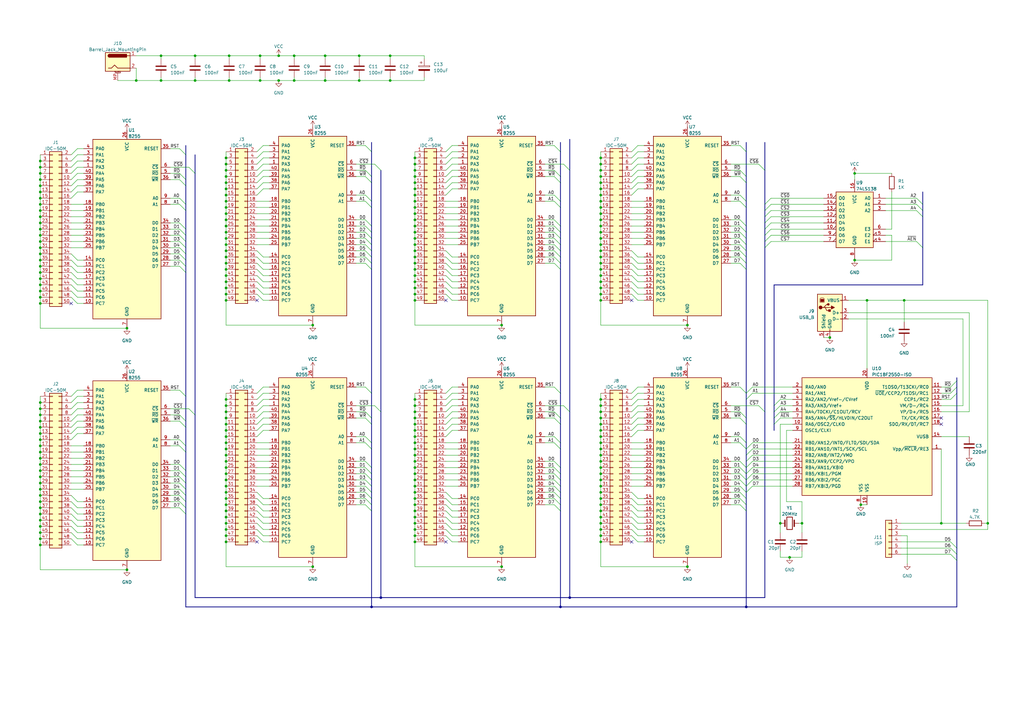
<source format=kicad_sch>
(kicad_sch (version 20230121) (generator eeschema)
  (paper "A3")
  (junction (at 170.18 184.15))
  (junction (at 170.18 212.09))
  (junction (at 92.71 171.45))
  (junction (at 170.18 222.25))
  (junction (at 106.68 33.02))
  (junction (at 16.51 180.34))
  (junction (at 16.51 190.5))
  (junction (at 405.13 214.63))
  (junction (at 52.07 134.62))
  (junction (at 120.65 22.86))
  (junction (at 16.51 81.28))
  (junction (at 246.38 90.17))
  (junction (at 55.88 33.02))
  (junction (at 16.51 66.04))
  (junction (at 16.51 165.1))
  (junction (at 16.51 193.04))
  (junction (at 320.04 214.63))
  (junction (at 92.71 184.15))
  (junction (at 246.38 191.77))
  (junction (at 92.71 110.49))
  (junction (at 92.71 186.69))
  (junction (at 16.51 109.22))
  (junction (at 246.38 92.71))
  (junction (at 170.18 118.11))
  (junction (at 92.71 181.61))
  (junction (at 92.71 179.07))
  (junction (at 92.71 123.19))
  (junction (at 170.18 80.01))
  (junction (at 170.18 102.87))
  (junction (at 246.38 72.39))
  (junction (at 16.51 116.84))
  (junction (at 246.38 201.93))
  (junction (at 92.71 97.79))
  (junction (at 246.38 181.61))
  (junction (at 16.51 91.44))
  (junction (at 16.51 121.92))
  (junction (at 16.51 167.64))
  (junction (at 350.52 71.12))
  (junction (at 160.02 33.02))
  (junction (at 246.38 196.85))
  (junction (at 92.71 69.85))
  (junction (at 170.18 199.39))
  (junction (at 52.07 233.68))
  (junction (at 92.71 209.55))
  (junction (at 246.38 184.15))
  (junction (at 170.18 113.03))
  (junction (at 170.18 168.91))
  (junction (at 170.18 67.31))
  (junction (at 246.38 189.23))
  (junction (at 246.38 168.91))
  (junction (at 170.18 166.37))
  (junction (at 246.38 204.47))
  (junction (at 16.51 99.06))
  (junction (at 92.71 115.57))
  (junction (at 92.71 217.17))
  (junction (at 170.18 107.95))
  (junction (at 16.51 195.58))
  (junction (at 16.51 83.82))
  (junction (at 170.18 179.07))
  (junction (at 246.38 102.87))
  (junction (at 92.71 118.11))
  (junction (at 170.18 77.47))
  (junction (at 246.38 85.09))
  (junction (at 16.51 175.26))
  (junction (at 16.51 182.88))
  (junction (at 170.18 97.79))
  (junction (at 281.94 232.41))
  (junction (at 246.38 179.07))
  (junction (at 229.87 248.92))
  (junction (at 170.18 186.69))
  (junction (at 205.74 133.35))
  (junction (at 147.32 33.02))
  (junction (at 92.71 80.01))
  (junction (at 328.93 214.63))
  (junction (at 92.71 212.09))
  (junction (at 16.51 170.18))
  (junction (at 170.18 95.25))
  (junction (at 92.71 191.77))
  (junction (at 170.18 100.33))
  (junction (at 170.18 191.77))
  (junction (at 16.51 119.38))
  (junction (at 340.36 138.43))
  (junction (at 170.18 176.53))
  (junction (at 92.71 222.25))
  (junction (at 246.38 105.41))
  (junction (at 133.35 33.02))
  (junction (at 92.71 219.71))
  (junction (at 80.01 22.86))
  (junction (at 16.51 106.68))
  (junction (at 350.52 106.68))
  (junction (at 170.18 173.99))
  (junction (at 92.71 77.47))
  (junction (at 106.68 22.86))
  (junction (at 170.18 214.63))
  (junction (at 246.38 222.25))
  (junction (at 92.71 90.17))
  (junction (at 246.38 110.49))
  (junction (at 246.38 87.63))
  (junction (at 66.04 22.86))
  (junction (at 16.51 76.2))
  (junction (at 92.71 168.91))
  (junction (at 170.18 90.17))
  (junction (at 92.71 107.95))
  (junction (at 386.08 214.63))
  (junction (at 246.38 115.57))
  (junction (at 92.71 189.23))
  (junction (at 246.38 219.71))
  (junction (at 170.18 64.77))
  (junction (at 246.38 97.79))
  (junction (at 128.27 133.35))
  (junction (at 92.71 207.01))
  (junction (at 92.71 120.65))
  (junction (at 246.38 67.31))
  (junction (at 152.4 248.92))
  (junction (at 92.71 92.71))
  (junction (at 205.74 232.41))
  (junction (at 16.51 73.66))
  (junction (at 16.51 198.12))
  (junction (at 170.18 194.31))
  (junction (at 16.51 200.66))
  (junction (at 170.18 69.85))
  (junction (at 92.71 82.55))
  (junction (at 246.38 77.47))
  (junction (at 170.18 163.83))
  (junction (at 170.18 74.93))
  (junction (at 16.51 124.46))
  (junction (at 246.38 171.45))
  (junction (at 16.51 220.98))
  (junction (at 233.68 245.11))
  (junction (at 246.38 163.83))
  (junction (at 16.51 210.82))
  (junction (at 92.71 173.99))
  (junction (at 170.18 207.01))
  (junction (at 246.38 173.99))
  (junction (at 246.38 100.33))
  (junction (at 92.71 72.39))
  (junction (at 170.18 105.41))
  (junction (at 92.71 113.03))
  (junction (at 370.84 123.19))
  (junction (at 246.38 194.31))
  (junction (at 114.3 33.02))
  (junction (at 92.71 166.37))
  (junction (at 246.38 64.77))
  (junction (at 170.18 196.85))
  (junction (at 92.71 201.93))
  (junction (at 246.38 69.85))
  (junction (at 16.51 88.9))
  (junction (at 156.21 245.11))
  (junction (at 16.51 218.44))
  (junction (at 170.18 181.61))
  (junction (at 170.18 87.63))
  (junction (at 246.38 186.69))
  (junction (at 147.32 22.86))
  (junction (at 16.51 215.9))
  (junction (at 92.71 67.31))
  (junction (at 92.71 163.83))
  (junction (at 170.18 189.23))
  (junction (at 246.38 113.03))
  (junction (at 246.38 74.93))
  (junction (at 16.51 172.72))
  (junction (at 246.38 212.09))
  (junction (at 170.18 217.17))
  (junction (at 170.18 171.45))
  (junction (at 66.04 33.02))
  (junction (at 16.51 86.36))
  (junction (at 170.18 219.71))
  (junction (at 92.71 74.93))
  (junction (at 170.18 92.71))
  (junction (at 93.98 22.86))
  (junction (at 246.38 95.25))
  (junction (at 246.38 217.17))
  (junction (at 16.51 185.42))
  (junction (at 16.51 78.74))
  (junction (at 306.07 248.92))
  (junction (at 16.51 104.14))
  (junction (at 170.18 115.57))
  (junction (at 16.51 177.8))
  (junction (at 16.51 96.52))
  (junction (at 120.65 33.02))
  (junction (at 246.38 209.55))
  (junction (at 92.71 95.25))
  (junction (at 170.18 72.39))
  (junction (at 92.71 176.53))
  (junction (at 16.51 101.6))
  (junction (at 281.94 133.35))
  (junction (at 246.38 123.19))
  (junction (at 114.3 22.86))
  (junction (at 92.71 196.85))
  (junction (at 16.51 208.28))
  (junction (at 16.51 213.36))
  (junction (at 128.27 232.41))
  (junction (at 246.38 176.53))
  (junction (at 133.35 22.86))
  (junction (at 16.51 203.2))
  (junction (at 16.51 71.12))
  (junction (at 93.98 33.02))
  (junction (at 170.18 120.65))
  (junction (at 92.71 100.33))
  (junction (at 246.38 166.37))
  (junction (at 16.51 68.58))
  (junction (at 16.51 93.98))
  (junction (at 246.38 120.65))
  (junction (at 323.85 228.6))
  (junction (at 92.71 102.87))
  (junction (at 246.38 80.01))
  (junction (at 92.71 87.63))
  (junction (at 92.71 105.41))
  (junction (at 92.71 214.63))
  (junction (at 246.38 82.55))
  (junction (at 16.51 114.3))
  (junction (at 16.51 111.76))
  (junction (at 80.01 33.02))
  (junction (at 246.38 214.63))
  (junction (at 246.38 118.11))
  (junction (at 170.18 110.49))
  (junction (at 170.18 82.55))
  (junction (at 92.71 194.31))
  (junction (at 160.02 22.86))
  (junction (at 16.51 223.52))
  (junction (at 170.18 209.55))
  (junction (at 170.18 123.19))
  (junction (at 246.38 199.39))
  (junction (at 16.51 187.96))
  (junction (at 246.38 107.95))
  (junction (at 16.51 205.74))
  (junction (at 92.71 204.47))
  (junction (at 92.71 85.09))
  (junction (at 170.18 201.93))
  (junction (at 170.18 85.09))
  (junction (at 353.06 207.01))
  (junction (at 92.71 199.39))
  (junction (at 92.71 64.77))
  (junction (at 170.18 204.47))
  (junction (at 355.6 123.19))
  (junction (at 246.38 207.01))
  (no_connect (at 259.08 222.25))
  (no_connect (at 105.41 222.25))
  (no_connect (at 386.08 173.99))
  (no_connect (at 182.88 123.19))
  (no_connect (at 386.08 171.45))
  (no_connect (at 29.21 124.46))
  (no_connect (at 182.88 222.25))
  (no_connect (at 105.41 123.19))
  (no_connect (at 259.08 123.19))
  (bus_entry (at 303.53 207.01) (size 2.54 2.54))
  (bus_entry (at 149.86 181.61) (size 2.54 2.54))
  (bus_entry (at 227.33 97.79) (size 2.54 2.54))
  (bus_entry (at 73.66 172.72) (size 2.54 2.54))
  (bus_entry (at 303.53 196.85) (size 2.54 2.54))
  (bus_entry (at 308.61 196.85) (size -2.54 2.54))
  (bus_entry (at 73.66 180.34) (size 2.54 2.54))
  (bus_entry (at 73.66 200.66) (size 2.54 2.54))
  (bus_entry (at 316.23 93.98) (size -2.54 2.54))
  (bus_entry (at 227.33 194.31) (size 2.54 2.54))
  (bus_entry (at 308.61 189.23) (size -2.54 2.54))
  (bus_entry (at 149.86 72.39) (size 2.54 2.54))
  (bus_entry (at 227.33 204.47) (size 2.54 2.54))
  (bus_entry (at 73.66 91.44) (size 2.54 2.54))
  (bus_entry (at 308.61 199.39) (size -2.54 2.54))
  (bus_entry (at 227.33 171.45) (size 2.54 2.54))
  (bus_entry (at 227.33 95.25) (size 2.54 2.54))
  (bus_entry (at 227.33 168.91) (size 2.54 2.54))
  (bus_entry (at 389.89 224.79) (size 2.54 2.54))
  (bus_entry (at 303.53 82.55) (size 2.54 2.54))
  (bus_entry (at 375.92 99.06) (size 2.54 2.54))
  (bus_entry (at 311.15 67.31) (size 2.54 2.54))
  (bus_entry (at 227.33 199.39) (size 2.54 2.54))
  (bus_entry (at 153.67 67.31) (size 2.54 2.54))
  (bus_entry (at 73.66 208.28) (size 2.54 2.54))
  (bus_entry (at 149.86 194.31) (size 2.54 2.54))
  (bus_entry (at 389.89 222.25) (size 2.54 2.54))
  (bus_entry (at 227.33 90.17) (size 2.54 2.54))
  (bus_entry (at 320.04 163.83) (size -2.54 2.54))
  (bus_entry (at 308.61 184.15) (size -2.54 2.54))
  (bus_entry (at 308.61 181.61) (size -2.54 2.54))
  (bus_entry (at 73.66 83.82) (size 2.54 2.54))
  (bus_entry (at 303.53 204.47) (size 2.54 2.54))
  (bus_entry (at 392.43 158.75) (size -2.54 2.54))
  (bus_entry (at 316.23 99.06) (size -2.54 2.54))
  (bus_entry (at 77.47 167.64) (size 2.54 2.54))
  (bus_entry (at 149.86 102.87) (size 2.54 2.54))
  (bus_entry (at 375.92 83.82) (size 2.54 2.54))
  (bus_entry (at 149.86 69.85) (size 2.54 2.54))
  (bus_entry (at 149.86 158.75) (size 2.54 2.54))
  (bus_entry (at 149.86 191.77) (size 2.54 2.54))
  (bus_entry (at 303.53 191.77) (size 2.54 2.54))
  (bus_entry (at 316.23 83.82) (size -2.54 2.54))
  (bus_entry (at 303.53 171.45) (size 2.54 2.54))
  (bus_entry (at 320.04 168.91) (size -2.54 2.54))
  (bus_entry (at 303.53 102.87) (size 2.54 2.54))
  (bus_entry (at 227.33 189.23) (size 2.54 2.54))
  (bus_entry (at 73.66 190.5) (size 2.54 2.54))
  (bus_entry (at 316.23 96.52) (size -2.54 2.54))
  (bus_entry (at 73.66 160.02) (size 2.54 2.54))
  (bus_entry (at 392.43 156.21) (size -2.54 2.54))
  (bus_entry (at 149.86 82.55) (size 2.54 2.54))
  (bus_entry (at 320.04 166.37) (size -2.54 2.54))
  (bus_entry (at 303.53 69.85) (size 2.54 2.54))
  (bus_entry (at 73.66 71.12) (size 2.54 2.54))
  (bus_entry (at 149.86 179.07) (size 2.54 2.54))
  (bus_entry (at 316.23 91.44) (size -2.54 2.54))
  (bus_entry (at 227.33 102.87) (size 2.54 2.54))
  (bus_entry (at 303.53 72.39) (size 2.54 2.54))
  (bus_entry (at 303.53 92.71) (size 2.54 2.54))
  (bus_entry (at 303.53 168.91) (size 2.54 2.54))
  (bus_entry (at 227.33 191.77) (size 2.54 2.54))
  (bus_entry (at 73.66 99.06) (size 2.54 2.54))
  (bus_entry (at 77.47 68.58) (size 2.54 2.54))
  (bus_entry (at 316.23 81.28) (size -2.54 2.54))
  (bus_entry (at 227.33 158.75) (size 2.54 2.54))
  (bus_entry (at 149.86 107.95) (size 2.54 2.54))
  (bus_entry (at 73.66 101.6) (size 2.54 2.54))
  (bus_entry (at 73.66 182.88) (size 2.54 2.54))
  (bus_entry (at 227.33 105.41) (size 2.54 2.54))
  (bus_entry (at 149.86 97.79) (size 2.54 2.54))
  (bus_entry (at 308.61 161.29) (size -2.54 2.54))
  (bus_entry (at 389.89 227.33) (size 2.54 2.54))
  (bus_entry (at 227.33 196.85) (size 2.54 2.54))
  (bus_entry (at 227.33 92.71) (size 2.54 2.54))
  (bus_entry (at 375.92 81.28) (size 2.54 2.54))
  (bus_entry (at 149.86 189.23) (size 2.54 2.54))
  (bus_entry (at 73.66 96.52) (size 2.54 2.54))
  (bus_entry (at 73.66 203.2) (size 2.54 2.54))
  (bus_entry (at 73.66 93.98) (size 2.54 2.54))
  (bus_entry (at 303.53 59.69) (size 2.54 2.54))
  (bus_entry (at 303.53 95.25) (size 2.54 2.54))
  (bus_entry (at 73.66 205.74) (size 2.54 2.54))
  (bus_entry (at 303.53 194.31) (size 2.54 2.54))
  (bus_entry (at 227.33 80.01) (size 2.54 2.54))
  (bus_entry (at 149.86 204.47) (size 2.54 2.54))
  (bus_entry (at 303.53 80.01) (size 2.54 2.54))
  (bus_entry (at 149.86 171.45) (size 2.54 2.54))
  (bus_entry (at 149.86 168.91) (size 2.54 2.54))
  (bus_entry (at 149.86 90.17) (size 2.54 2.54))
  (bus_entry (at 392.43 161.29) (size -2.54 2.54))
  (bus_entry (at 73.66 193.04) (size 2.54 2.54))
  (bus_entry (at 227.33 179.07) (size 2.54 2.54))
  (bus_entry (at 73.66 104.14) (size 2.54 2.54))
  (bus_entry (at 149.86 105.41) (size 2.54 2.54))
  (bus_entry (at 375.92 86.36) (size 2.54 2.54))
  (bus_entry (at 231.14 67.31) (size 2.54 2.54))
  (bus_entry (at 308.61 191.77) (size -2.54 2.54))
  (bus_entry (at 149.86 80.01) (size 2.54 2.54))
  (bus_entry (at 303.53 181.61) (size 2.54 2.54))
  (bus_entry (at 303.53 107.95) (size 2.54 2.54))
  (bus_entry (at 303.53 201.93) (size 2.54 2.54))
  (bus_entry (at 73.66 73.66) (size 2.54 2.54))
  (bus_entry (at 73.66 195.58) (size 2.54 2.54))
  (bus_entry (at 316.23 86.36) (size -2.54 2.54))
  (bus_entry (at 73.66 170.18) (size 2.54 2.54))
  (bus_entry (at 227.33 181.61) (size 2.54 2.54))
  (bus_entry (at 303.53 105.41) (size 2.54 2.54))
  (bus_entry (at 303.53 179.07) (size 2.54 2.54))
  (bus_entry (at 303.53 90.17) (size 2.54 2.54))
  (bus_entry (at 149.86 59.69) (size 2.54 2.54))
  (bus_entry (at 311.15 166.37) (size 2.54 2.54))
  (bus_entry (at 149.86 95.25) (size 2.54 2.54))
  (bus_entry (at 308.61 158.75) (size -2.54 2.54))
  (bus_entry (at 303.53 97.79) (size 2.54 2.54))
  (bus_entry (at 73.66 106.68) (size 2.54 2.54))
  (bus_entry (at 227.33 107.95) (size 2.54 2.54))
  (bus_entry (at 308.61 194.31) (size -2.54 2.54))
  (bus_entry (at 303.53 199.39) (size 2.54 2.54))
  (bus_entry (at 149.86 199.39) (size 2.54 2.54))
  (bus_entry (at 149.86 92.71) (size 2.54 2.54))
  (bus_entry (at 73.66 198.12) (size 2.54 2.54))
  (bus_entry (at 149.86 196.85) (size 2.54 2.54))
  (bus_entry (at 149.86 100.33) (size 2.54 2.54))
  (bus_entry (at 303.53 189.23) (size 2.54 2.54))
  (bus_entry (at 227.33 201.93) (size 2.54 2.54))
  (bus_entry (at 153.67 166.37) (size 2.54 2.54))
  (bus_entry (at 227.33 207.01) (size 2.54 2.54))
  (bus_entry (at 73.66 109.22) (size 2.54 2.54))
  (bus_entry (at 227.33 100.33) (size 2.54 2.54))
  (bus_entry (at 227.33 69.85) (size 2.54 2.54))
  (bus_entry (at 308.61 186.69) (size -2.54 2.54))
  (bus_entry (at 73.66 81.28) (size 2.54 2.54))
  (bus_entry (at 303.53 158.75) (size 2.54 2.54))
  (bus_entry (at 320.04 171.45) (size -2.54 2.54))
  (bus_entry (at 227.33 59.69) (size 2.54 2.54))
  (bus_entry (at 227.33 82.55) (size 2.54 2.54))
  (bus_entry (at 149.86 207.01) (size 2.54 2.54))
  (bus_entry (at 303.53 100.33) (size 2.54 2.54))
  (bus_entry (at 316.23 88.9) (size -2.54 2.54))
  (bus_entry (at 227.33 72.39) (size 2.54 2.54))
  (bus_entry (at 231.14 166.37) (size 2.54 2.54))
  (bus_entry (at 149.86 201.93) (size 2.54 2.54))
  (bus_entry (at 73.66 60.96) (size 2.54 2.54))
  (wire (pts (xy 105.41 219.71) (xy 107.95 222.25)))
  (wire (pts (xy 92.71 166.37) (xy 92.71 168.91)))
  (wire (pts (xy 146.05 158.75) (xy 149.86 158.75)))
  (wire (pts (xy 170.18 110.49) (xy 170.18 107.95)))
  (wire (pts (xy 316.23 86.36) (xy 337.82 86.36)))
  (wire (pts (xy 29.21 83.82) (xy 34.29 83.82)))
  (wire (pts (xy 92.71 74.93) (xy 92.71 77.47)))
  (wire (pts (xy 173.99 24.13) (xy 173.99 22.86)))
  (wire (pts (xy 160.02 33.02) (xy 160.02 31.75)))
  (bus (pts (xy 306.07 201.93) (xy 306.07 204.47)))
  (bus (pts (xy 76.2 248.92) (xy 76.2 210.82)))
  (wire (pts (xy 320.04 226.06) (xy 320.04 228.6)))
  (bus (pts (xy 233.68 245.11) (xy 313.69 245.11)))
  (wire (pts (xy 259.08 219.71) (xy 261.62 222.25)))
  (wire (pts (xy 69.85 93.98) (xy 73.66 93.98)))
  (wire (pts (xy 246.38 67.31) (xy 246.38 64.77)))
  (wire (pts (xy 261.62 69.85) (xy 264.16 69.85)))
  (wire (pts (xy 29.21 101.6) (xy 34.29 101.6)))
  (wire (pts (xy 105.41 90.17) (xy 110.49 90.17)))
  (wire (pts (xy 299.72 196.85) (xy 303.53 196.85)))
  (wire (pts (xy 261.62 219.71) (xy 264.16 219.71)))
  (wire (pts (xy 320.04 168.91) (xy 325.12 168.91)))
  (wire (pts (xy 92.71 163.83) (xy 92.71 166.37)))
  (wire (pts (xy 31.75 162.56) (xy 34.29 162.56)))
  (wire (pts (xy 16.51 101.6) (xy 16.51 104.14)))
  (wire (pts (xy 92.71 69.85) (xy 92.71 72.39)))
  (wire (pts (xy 29.21 218.44) (xy 31.75 220.98)))
  (wire (pts (xy 92.71 95.25) (xy 92.71 97.79)))
  (wire (pts (xy 92.71 113.03) (xy 92.71 115.57)))
  (wire (pts (xy 261.62 222.25) (xy 264.16 222.25)))
  (bus (pts (xy 313.69 58.42) (xy 313.69 69.85)))
  (wire (pts (xy 92.71 67.31) (xy 92.71 69.85)))
  (wire (pts (xy 105.41 115.57) (xy 107.95 118.11)))
  (wire (pts (xy 69.85 160.02) (xy 73.66 160.02)))
  (wire (pts (xy 29.21 187.96) (xy 34.29 187.96)))
  (bus (pts (xy 76.2 195.58) (xy 76.2 193.04)))
  (wire (pts (xy 170.18 212.09) (xy 170.18 209.55)))
  (bus (pts (xy 152.4 62.23) (xy 152.4 72.39)))
  (wire (pts (xy 31.75 111.76) (xy 34.29 111.76)))
  (wire (pts (xy 107.95 110.49) (xy 110.49 110.49)))
  (wire (pts (xy 146.05 97.79) (xy 149.86 97.79)))
  (wire (pts (xy 259.08 166.37) (xy 261.62 163.83)))
  (bus (pts (xy 317.5 173.99) (xy 317.5 176.53)))
  (wire (pts (xy 80.01 33.02) (xy 80.01 31.75)))
  (wire (pts (xy 259.08 82.55) (xy 264.16 82.55)))
  (wire (pts (xy 105.41 173.99) (xy 107.95 171.45)))
  (wire (pts (xy 299.72 100.33) (xy 303.53 100.33)))
  (wire (pts (xy 170.18 219.71) (xy 170.18 217.17)))
  (wire (pts (xy 69.85 203.2) (xy 73.66 203.2)))
  (wire (pts (xy 363.22 93.98) (xy 365.76 93.98)))
  (wire (pts (xy 261.62 207.01) (xy 264.16 207.01)))
  (bus (pts (xy 233.68 57.15) (xy 233.68 69.85)))
  (wire (pts (xy 29.21 215.9) (xy 31.75 218.44)))
  (bus (pts (xy 80.01 245.11) (xy 156.21 245.11)))
  (wire (pts (xy 69.85 68.58) (xy 77.47 68.58)))
  (wire (pts (xy 246.38 186.69) (xy 246.38 184.15)))
  (wire (pts (xy 146.05 168.91) (xy 149.86 168.91)))
  (bus (pts (xy 76.2 73.66) (xy 76.2 76.2)))
  (wire (pts (xy 107.95 120.65) (xy 110.49 120.65)))
  (wire (pts (xy 29.21 96.52) (xy 34.29 96.52)))
  (wire (pts (xy 29.21 220.98) (xy 31.75 223.52)))
  (wire (pts (xy 182.88 189.23) (xy 187.96 189.23)))
  (wire (pts (xy 29.21 91.44) (xy 34.29 91.44)))
  (wire (pts (xy 246.38 92.71) (xy 246.38 90.17)))
  (bus (pts (xy 306.07 82.55) (xy 306.07 85.09)))
  (wire (pts (xy 31.75 78.74) (xy 34.29 78.74)))
  (bus (pts (xy 229.87 100.33) (xy 229.87 102.87)))
  (wire (pts (xy 246.38 120.65) (xy 246.38 118.11)))
  (wire (pts (xy 31.75 167.64) (xy 34.29 167.64)))
  (wire (pts (xy 170.18 207.01) (xy 170.18 204.47)))
  (wire (pts (xy 147.32 24.13) (xy 147.32 22.86)))
  (bus (pts (xy 233.68 69.85) (xy 233.68 168.91)))
  (wire (pts (xy 170.18 90.17) (xy 170.18 87.63)))
  (wire (pts (xy 182.88 209.55) (xy 185.42 212.09)))
  (wire (pts (xy 31.75 124.46) (xy 34.29 124.46)))
  (wire (pts (xy 182.88 171.45) (xy 185.42 168.91)))
  (wire (pts (xy 182.88 102.87) (xy 185.42 105.41)))
  (wire (pts (xy 259.08 191.77) (xy 264.16 191.77)))
  (wire (pts (xy 16.51 81.28) (xy 16.51 83.82)))
  (wire (pts (xy 223.52 107.95) (xy 227.33 107.95)))
  (wire (pts (xy 182.88 176.53) (xy 185.42 173.99)))
  (wire (pts (xy 16.51 71.12) (xy 16.51 73.66)))
  (wire (pts (xy 29.21 71.12) (xy 31.75 68.58)))
  (wire (pts (xy 146.05 179.07) (xy 149.86 179.07)))
  (wire (pts (xy 259.08 102.87) (xy 261.62 105.41)))
  (wire (pts (xy 31.75 109.22) (xy 34.29 109.22)))
  (bus (pts (xy 378.46 116.84) (xy 317.5 116.84)))
  (wire (pts (xy 185.42 219.71) (xy 187.96 219.71)))
  (bus (pts (xy 317.5 166.37) (xy 317.5 168.91)))
  (wire (pts (xy 170.18 74.93) (xy 170.18 72.39)))
  (wire (pts (xy 92.71 80.01) (xy 92.71 82.55)))
  (wire (pts (xy 246.38 201.93) (xy 246.38 199.39)))
  (wire (pts (xy 107.95 72.39) (xy 110.49 72.39)))
  (bus (pts (xy 152.4 204.47) (xy 152.4 201.93)))
  (wire (pts (xy 299.72 105.41) (xy 303.53 105.41)))
  (bus (pts (xy 306.07 163.83) (xy 306.07 171.45)))
  (wire (pts (xy 29.21 114.3) (xy 31.75 116.84)))
  (wire (pts (xy 363.22 86.36) (xy 375.92 86.36)))
  (bus (pts (xy 152.4 173.99) (xy 152.4 171.45)))
  (wire (pts (xy 107.95 217.17) (xy 110.49 217.17)))
  (wire (pts (xy 170.18 232.41) (xy 170.18 222.25)))
  (wire (pts (xy 92.71 179.07) (xy 92.71 181.61)))
  (wire (pts (xy 31.75 76.2) (xy 34.29 76.2)))
  (wire (pts (xy 92.71 102.87) (xy 92.71 105.41)))
  (wire (pts (xy 259.08 100.33) (xy 264.16 100.33)))
  (wire (pts (xy 92.71 107.95) (xy 92.71 110.49)))
  (bus (pts (xy 306.07 97.79) (xy 306.07 100.33)))
  (wire (pts (xy 261.62 67.31) (xy 264.16 67.31)))
  (wire (pts (xy 259.08 189.23) (xy 264.16 189.23)))
  (wire (pts (xy 316.23 93.98) (xy 337.82 93.98)))
  (wire (pts (xy 397.51 168.91) (xy 397.51 128.27)))
  (bus (pts (xy 152.4 72.39) (xy 152.4 74.93)))
  (wire (pts (xy 259.08 62.23) (xy 261.62 59.69)))
  (bus (pts (xy 313.69 88.9) (xy 313.69 91.44)))
  (wire (pts (xy 223.52 189.23) (xy 227.33 189.23)))
  (wire (pts (xy 259.08 67.31) (xy 261.62 64.77)))
  (wire (pts (xy 223.52 69.85) (xy 227.33 69.85)))
  (wire (pts (xy 182.88 173.99) (xy 185.42 171.45)))
  (wire (pts (xy 146.05 59.69) (xy 149.86 59.69)))
  (wire (pts (xy 223.52 95.25) (xy 227.33 95.25)))
  (wire (pts (xy 16.51 175.26) (xy 16.51 172.72)))
  (bus (pts (xy 392.43 229.87) (xy 392.43 227.33)))
  (wire (pts (xy 170.18 168.91) (xy 170.18 166.37)))
  (bus (pts (xy 76.2 210.82) (xy 76.2 208.28)))
  (wire (pts (xy 69.85 180.34) (xy 73.66 180.34)))
  (wire (pts (xy 16.51 121.92) (xy 16.51 124.46)))
  (bus (pts (xy 313.69 101.6) (xy 313.69 168.91)))
  (wire (pts (xy 223.52 80.01) (xy 227.33 80.01)))
  (wire (pts (xy 316.23 83.82) (xy 337.82 83.82)))
  (wire (pts (xy 259.08 87.63) (xy 264.16 87.63)))
  (wire (pts (xy 259.08 168.91) (xy 261.62 166.37)))
  (wire (pts (xy 246.38 97.79) (xy 246.38 95.25)))
  (wire (pts (xy 105.41 64.77) (xy 107.95 62.23)))
  (wire (pts (xy 246.38 219.71) (xy 246.38 217.17)))
  (wire (pts (xy 69.85 208.28) (xy 73.66 208.28)))
  (wire (pts (xy 259.08 90.17) (xy 264.16 90.17)))
  (wire (pts (xy 170.18 72.39) (xy 170.18 69.85)))
  (wire (pts (xy 16.51 86.36) (xy 16.51 88.9)))
  (wire (pts (xy 146.05 107.95) (xy 149.86 107.95)))
  (wire (pts (xy 31.75 119.38) (xy 34.29 119.38)))
  (wire (pts (xy 69.85 109.22) (xy 73.66 109.22)))
  (wire (pts (xy 316.23 81.28) (xy 337.82 81.28)))
  (wire (pts (xy 170.18 214.63) (xy 170.18 212.09)))
  (wire (pts (xy 105.41 207.01) (xy 107.95 209.55)))
  (wire (pts (xy 322.58 205.74) (xy 328.93 205.74)))
  (bus (pts (xy 152.4 161.29) (xy 152.4 171.45)))
  (wire (pts (xy 261.62 214.63) (xy 264.16 214.63)))
  (wire (pts (xy 146.05 166.37) (xy 153.67 166.37)))
  (wire (pts (xy 146.05 82.55) (xy 149.86 82.55)))
  (wire (pts (xy 185.42 107.95) (xy 187.96 107.95)))
  (wire (pts (xy 31.75 68.58) (xy 34.29 68.58)))
  (wire (pts (xy 92.71 201.93) (xy 92.71 204.47)))
  (wire (pts (xy 170.18 100.33) (xy 170.18 97.79)))
  (wire (pts (xy 29.21 73.66) (xy 31.75 71.12)))
  (wire (pts (xy 92.71 110.49) (xy 92.71 113.03)))
  (wire (pts (xy 259.08 161.29) (xy 261.62 158.75)))
  (wire (pts (xy 365.76 96.52) (xy 363.22 96.52)))
  (bus (pts (xy 80.01 63.5) (xy 80.01 71.12)))
  (bus (pts (xy 229.87 110.49) (xy 229.87 161.29)))
  (bus (pts (xy 156.21 69.85) (xy 156.21 168.91)))
  (wire (pts (xy 16.51 220.98) (xy 16.51 218.44)))
  (wire (pts (xy 299.72 204.47) (xy 303.53 204.47)))
  (bus (pts (xy 306.07 161.29) (xy 306.07 163.83)))
  (wire (pts (xy 173.99 22.86) (xy 160.02 22.86)))
  (wire (pts (xy 120.65 33.02) (xy 120.65 31.75)))
  (bus (pts (xy 229.87 209.55) (xy 229.87 248.92)))
  (bus (pts (xy 229.87 97.79) (xy 229.87 100.33)))
  (wire (pts (xy 185.42 69.85) (xy 187.96 69.85)))
  (wire (pts (xy 147.32 22.86) (xy 160.02 22.86)))
  (bus (pts (xy 378.46 101.6) (xy 378.46 116.84)))
  (wire (pts (xy 223.52 199.39) (xy 227.33 199.39)))
  (wire (pts (xy 92.71 64.77) (xy 92.71 67.31)))
  (wire (pts (xy 105.41 194.31) (xy 110.49 194.31)))
  (wire (pts (xy 223.52 90.17) (xy 227.33 90.17)))
  (wire (pts (xy 107.95 166.37) (xy 110.49 166.37)))
  (wire (pts (xy 31.75 114.3) (xy 34.29 114.3)))
  (wire (pts (xy 69.85 73.66) (xy 73.66 73.66)))
  (wire (pts (xy 29.21 185.42) (xy 34.29 185.42)))
  (wire (pts (xy 105.41 107.95) (xy 107.95 110.49)))
  (wire (pts (xy 259.08 115.57) (xy 261.62 118.11)))
  (wire (pts (xy 261.62 115.57) (xy 264.16 115.57)))
  (wire (pts (xy 31.75 223.52) (xy 34.29 223.52)))
  (bus (pts (xy 313.69 86.36) (xy 313.69 88.9)))
  (wire (pts (xy 246.38 107.95) (xy 246.38 105.41)))
  (wire (pts (xy 69.85 104.14) (xy 73.66 104.14)))
  (wire (pts (xy 308.61 186.69) (xy 325.12 186.69)))
  (wire (pts (xy 107.95 222.25) (xy 110.49 222.25)))
  (bus (pts (xy 229.87 105.41) (xy 229.87 107.95)))
  (wire (pts (xy 182.88 194.31) (xy 187.96 194.31)))
  (wire (pts (xy 105.41 105.41) (xy 107.95 107.95)))
  (wire (pts (xy 160.02 24.13) (xy 160.02 22.86)))
  (wire (pts (xy 259.08 199.39) (xy 264.16 199.39)))
  (wire (pts (xy 182.88 204.47) (xy 185.42 207.01)))
  (bus (pts (xy 313.69 93.98) (xy 313.69 96.52)))
  (wire (pts (xy 223.52 166.37) (xy 231.14 166.37)))
  (wire (pts (xy 246.38 113.03) (xy 246.38 110.49)))
  (wire (pts (xy 182.88 219.71) (xy 185.42 222.25)))
  (wire (pts (xy 259.08 64.77) (xy 261.62 62.23)))
  (bus (pts (xy 76.2 203.2) (xy 76.2 200.66)))
  (wire (pts (xy 31.75 121.92) (xy 34.29 121.92)))
  (wire (pts (xy 92.71 194.31) (xy 92.71 196.85)))
  (wire (pts (xy 223.52 179.07) (xy 227.33 179.07)))
  (wire (pts (xy 92.71 85.09) (xy 92.71 87.63)))
  (wire (pts (xy 182.88 72.39) (xy 185.42 69.85)))
  (wire (pts (xy 92.71 191.77) (xy 92.71 194.31)))
  (wire (pts (xy 146.05 181.61) (xy 149.86 181.61)))
  (wire (pts (xy 185.42 74.93) (xy 187.96 74.93)))
  (wire (pts (xy 182.88 191.77) (xy 187.96 191.77)))
  (wire (pts (xy 16.51 223.52) (xy 16.51 220.98)))
  (wire (pts (xy 92.71 209.55) (xy 92.71 212.09)))
  (wire (pts (xy 69.85 170.18) (xy 73.66 170.18)))
  (wire (pts (xy 246.38 212.09) (xy 246.38 209.55)))
  (wire (pts (xy 259.08 217.17) (xy 261.62 219.71)))
  (wire (pts (xy 69.85 81.28) (xy 73.66 81.28)))
  (wire (pts (xy 350.52 71.12) (xy 350.52 73.66)))
  (wire (pts (xy 92.71 212.09) (xy 92.71 214.63)))
  (bus (pts (xy 306.07 191.77) (xy 306.07 189.23)))
  (wire (pts (xy 261.62 74.93) (xy 264.16 74.93)))
  (wire (pts (xy 246.38 204.47) (xy 246.38 201.93)))
  (wire (pts (xy 299.72 166.37) (xy 311.15 166.37)))
  (wire (pts (xy 259.08 214.63) (xy 261.62 217.17)))
  (wire (pts (xy 182.88 212.09) (xy 185.42 214.63)))
  (wire (pts (xy 16.51 63.5) (xy 16.51 66.04)))
  (bus (pts (xy 76.2 162.56) (xy 76.2 172.72)))
  (bus (pts (xy 152.4 85.09) (xy 152.4 92.71)))
  (bus (pts (xy 152.4 105.41) (xy 152.4 107.95)))
  (wire (pts (xy 246.38 173.99) (xy 246.38 171.45)))
  (wire (pts (xy 69.85 71.12) (xy 73.66 71.12)))
  (wire (pts (xy 182.88 80.01) (xy 185.42 77.47)))
  (wire (pts (xy 16.51 210.82) (xy 16.51 208.28)))
  (wire (pts (xy 259.08 184.15) (xy 264.16 184.15)))
  (wire (pts (xy 92.71 214.63) (xy 92.71 217.17)))
  (wire (pts (xy 80.01 33.02) (xy 93.98 33.02)))
  (wire (pts (xy 105.41 102.87) (xy 107.95 105.41)))
  (wire (pts (xy 308.61 189.23) (xy 325.12 189.23)))
  (wire (pts (xy 105.41 118.11) (xy 107.95 120.65)))
  (bus (pts (xy 392.43 158.75) (xy 392.43 161.29)))
  (wire (pts (xy 107.95 207.01) (xy 110.49 207.01)))
  (bus (pts (xy 152.4 107.95) (xy 152.4 110.49)))
  (wire (pts (xy 146.05 194.31) (xy 149.86 194.31)))
  (wire (pts (xy 55.88 27.94) (xy 55.88 33.02)))
  (wire (pts (xy 223.52 92.71) (xy 227.33 92.71)))
  (wire (pts (xy 16.51 172.72) (xy 16.51 170.18)))
  (wire (pts (xy 223.52 158.75) (xy 227.33 158.75)))
  (bus (pts (xy 229.87 194.31) (xy 229.87 191.77)))
  (bus (pts (xy 229.87 107.95) (xy 229.87 110.49)))
  (wire (pts (xy 105.41 97.79) (xy 110.49 97.79)))
  (wire (pts (xy 66.04 33.02) (xy 80.01 33.02)))
  (bus (pts (xy 152.4 110.49) (xy 152.4 161.29)))
  (wire (pts (xy 146.05 171.45) (xy 149.86 171.45)))
  (wire (pts (xy 92.71 232.41) (xy 128.27 232.41)))
  (wire (pts (xy 69.85 99.06) (xy 73.66 99.06)))
  (bus (pts (xy 317.5 168.91) (xy 317.5 171.45)))
  (bus (pts (xy 152.4 184.15) (xy 152.4 181.61)))
  (wire (pts (xy 92.71 92.71) (xy 92.71 95.25)))
  (bus (pts (xy 306.07 209.55) (xy 306.07 248.92)))
  (wire (pts (xy 394.97 166.37) (xy 394.97 130.81)))
  (wire (pts (xy 107.95 176.53) (xy 110.49 176.53)))
  (wire (pts (xy 93.98 24.13) (xy 93.98 22.86)))
  (wire (pts (xy 369.57 217.17) (xy 405.13 217.17)))
  (bus (pts (xy 76.2 182.88) (xy 76.2 175.26)))
  (wire (pts (xy 92.71 173.99) (xy 92.71 176.53)))
  (wire (pts (xy 16.51 182.88) (xy 16.51 180.34)))
  (wire (pts (xy 320.04 163.83) (xy 325.12 163.83)))
  (wire (pts (xy 170.18 201.93) (xy 170.18 199.39)))
  (wire (pts (xy 182.88 166.37) (xy 185.42 163.83)))
  (bus (pts (xy 76.2 193.04) (xy 76.2 185.42)))
  (wire (pts (xy 146.05 67.31) (xy 153.67 67.31)))
  (wire (pts (xy 322.58 176.53) (xy 322.58 205.74)))
  (wire (pts (xy 259.08 179.07) (xy 261.62 176.53)))
  (wire (pts (xy 185.42 64.77) (xy 187.96 64.77)))
  (wire (pts (xy 223.52 97.79) (xy 227.33 97.79)))
  (wire (pts (xy 246.38 209.55) (xy 246.38 207.01)))
  (wire (pts (xy 16.51 187.96) (xy 16.51 185.42)))
  (wire (pts (xy 223.52 67.31) (xy 231.14 67.31)))
  (bus (pts (xy 76.2 63.5) (xy 76.2 73.66)))
  (bus (pts (xy 306.07 189.23) (xy 306.07 186.69)))
  (wire (pts (xy 261.62 113.03) (xy 264.16 113.03)))
  (wire (pts (xy 365.76 106.68) (xy 365.76 96.52)))
  (wire (pts (xy 31.75 172.72) (xy 34.29 172.72)))
  (wire (pts (xy 372.11 231.14) (xy 372.11 219.71)))
  (wire (pts (xy 16.51 99.06) (xy 16.51 101.6)))
  (wire (pts (xy 146.05 80.01) (xy 149.86 80.01)))
  (wire (pts (xy 92.71 184.15) (xy 92.71 186.69)))
  (wire (pts (xy 386.08 161.29) (xy 389.89 161.29)))
  (wire (pts (xy 31.75 175.26) (xy 34.29 175.26)))
  (bus (pts (xy 76.2 175.26) (xy 76.2 172.72)))
  (bus (pts (xy 306.07 186.69) (xy 306.07 184.15)))
  (bus (pts (xy 76.2 76.2) (xy 76.2 83.82)))
  (wire (pts (xy 182.88 168.91) (xy 185.42 166.37)))
  (wire (pts (xy 107.95 158.75) (xy 110.49 158.75)))
  (wire (pts (xy 170.18 115.57) (xy 170.18 113.03)))
  (wire (pts (xy 29.21 210.82) (xy 31.75 213.36)))
  (bus (pts (xy 152.4 209.55) (xy 152.4 248.92)))
  (wire (pts (xy 29.21 167.64) (xy 31.75 165.1)))
  (wire (pts (xy 299.72 207.01) (xy 303.53 207.01)))
  (bus (pts (xy 306.07 181.61) (xy 306.07 173.99)))
  (wire (pts (xy 182.88 92.71) (xy 187.96 92.71)))
  (wire (pts (xy 29.21 182.88) (xy 34.29 182.88)))
  (wire (pts (xy 259.08 209.55) (xy 261.62 212.09)))
  (wire (pts (xy 92.71 189.23) (xy 92.71 191.77)))
  (bus (pts (xy 229.87 62.23) (xy 229.87 72.39)))
  (bus (pts (xy 229.87 85.09) (xy 229.87 92.71)))
  (wire (pts (xy 29.21 106.68) (xy 31.75 109.22)))
  (wire (pts (xy 246.38 179.07) (xy 246.38 176.53)))
  (bus (pts (xy 306.07 100.33) (xy 306.07 102.87)))
  (wire (pts (xy 205.74 232.41) (xy 170.18 232.41)))
  (wire (pts (xy 107.95 77.47) (xy 110.49 77.47)))
  (wire (pts (xy 170.18 82.55) (xy 170.18 80.01)))
  (wire (pts (xy 259.08 72.39) (xy 261.62 69.85)))
  (wire (pts (xy 29.21 208.28) (xy 31.75 210.82)))
  (bus (pts (xy 306.07 196.85) (xy 306.07 194.31)))
  (wire (pts (xy 185.42 222.25) (xy 187.96 222.25)))
  (wire (pts (xy 246.38 85.09) (xy 246.38 82.55)))
  (wire (pts (xy 182.88 67.31) (xy 185.42 64.77)))
  (wire (pts (xy 147.32 33.02) (xy 160.02 33.02)))
  (wire (pts (xy 182.88 69.85) (xy 185.42 67.31)))
  (wire (pts (xy 29.21 111.76) (xy 31.75 114.3)))
  (wire (pts (xy 29.21 205.74) (xy 31.75 208.28)))
  (wire (pts (xy 16.51 200.66) (xy 16.51 198.12)))
  (bus (pts (xy 229.87 209.55) (xy 229.87 207.01)))
  (wire (pts (xy 92.71 97.79) (xy 92.71 100.33)))
  (wire (pts (xy 246.38 95.25) (xy 246.38 92.71)))
  (wire (pts (xy 185.42 168.91) (xy 187.96 168.91)))
  (wire (pts (xy 259.08 110.49) (xy 261.62 113.03)))
  (bus (pts (xy 392.43 224.79) (xy 392.43 227.33)))
  (wire (pts (xy 299.72 171.45) (xy 303.53 171.45)))
  (wire (pts (xy 299.72 90.17) (xy 303.53 90.17)))
  (wire (pts (xy 105.41 176.53) (xy 107.95 173.99)))
  (wire (pts (xy 246.38 189.23) (xy 246.38 186.69)))
  (wire (pts (xy 182.88 85.09) (xy 187.96 85.09)))
  (wire (pts (xy 107.95 67.31) (xy 110.49 67.31)))
  (wire (pts (xy 328.93 226.06) (xy 328.93 228.6)))
  (wire (pts (xy 246.38 232.41) (xy 246.38 222.25)))
  (wire (pts (xy 31.75 208.28) (xy 34.29 208.28)))
  (wire (pts (xy 182.88 214.63) (xy 185.42 217.17)))
  (wire (pts (xy 246.38 80.01) (xy 246.38 77.47)))
  (wire (pts (xy 48.26 33.02) (xy 55.88 33.02)))
  (wire (pts (xy 299.72 168.91) (xy 303.53 168.91)))
  (wire (pts (xy 107.95 219.71) (xy 110.49 219.71)))
  (wire (pts (xy 146.05 207.01) (xy 149.86 207.01)))
  (wire (pts (xy 182.88 161.29) (xy 185.42 158.75)))
  (wire (pts (xy 105.41 161.29) (xy 107.95 158.75)))
  (wire (pts (xy 320.04 173.99) (xy 320.04 214.63)))
  (wire (pts (xy 259.08 80.01) (xy 261.62 77.47)))
  (wire (pts (xy 185.42 113.03) (xy 187.96 113.03)))
  (wire (pts (xy 259.08 120.65) (xy 261.62 123.19)))
  (wire (pts (xy 170.18 166.37) (xy 170.18 163.83)))
  (wire (pts (xy 16.51 104.14) (xy 16.51 106.68)))
  (wire (pts (xy 246.38 87.63) (xy 246.38 85.09)))
  (wire (pts (xy 66.04 33.02) (xy 66.04 31.75)))
  (bus (pts (xy 392.43 156.21) (xy 392.43 158.75)))
  (bus (pts (xy 76.2 104.14) (xy 76.2 106.68)))
  (bus (pts (xy 392.43 161.29) (xy 392.43 224.79)))
  (wire (pts (xy 308.61 181.61) (xy 325.12 181.61)))
  (bus (pts (xy 229.87 74.93) (xy 229.87 82.55)))
  (wire (pts (xy 299.72 189.23) (xy 303.53 189.23)))
  (wire (pts (xy 259.08 207.01) (xy 261.62 209.55)))
  (wire (pts (xy 146.05 204.47) (xy 149.86 204.47)))
  (wire (pts (xy 223.52 181.61) (xy 227.33 181.61)))
  (bus (pts (xy 76.2 198.12) (xy 76.2 195.58)))
  (wire (pts (xy 69.85 83.82) (xy 73.66 83.82)))
  (wire (pts (xy 320.04 166.37) (xy 325.12 166.37)))
  (wire (pts (xy 107.95 69.85) (xy 110.49 69.85)))
  (wire (pts (xy 170.18 173.99) (xy 170.18 171.45)))
  (wire (pts (xy 107.95 209.55) (xy 110.49 209.55)))
  (wire (pts (xy 16.51 167.64) (xy 16.51 165.1)))
  (wire (pts (xy 386.08 163.83) (xy 389.89 163.83)))
  (wire (pts (xy 52.07 233.68) (xy 16.51 233.68)))
  (wire (pts (xy 29.21 104.14) (xy 31.75 106.68)))
  (wire (pts (xy 185.42 118.11) (xy 187.96 118.11)))
  (wire (pts (xy 223.52 171.45) (xy 227.33 171.45)))
  (bus (pts (xy 313.69 83.82) (xy 313.69 86.36)))
  (wire (pts (xy 66.04 22.86) (xy 80.01 22.86)))
  (wire (pts (xy 114.3 22.86) (xy 120.65 22.86)))
  (wire (pts (xy 170.18 186.69) (xy 170.18 184.15)))
  (bus (pts (xy 306.07 74.93) (xy 306.07 82.55)))
  (wire (pts (xy 105.41 95.25) (xy 110.49 95.25)))
  (wire (pts (xy 259.08 196.85) (xy 264.16 196.85)))
  (bus (pts (xy 152.4 97.79) (xy 152.4 100.33)))
  (wire (pts (xy 69.85 101.6) (xy 73.66 101.6)))
  (wire (pts (xy 246.38 69.85) (xy 246.38 67.31)))
  (wire (pts (xy 170.18 222.25) (xy 170.18 219.71)))
  (bus (pts (xy 152.4 92.71) (xy 152.4 95.25)))
  (wire (pts (xy 31.75 177.8) (xy 34.29 177.8)))
  (wire (pts (xy 246.38 102.87) (xy 246.38 100.33)))
  (bus (pts (xy 76.2 109.22) (xy 76.2 111.76)))
  (wire (pts (xy 185.42 158.75) (xy 187.96 158.75)))
  (wire (pts (xy 105.41 204.47) (xy 107.95 207.01)))
  (wire (pts (xy 92.71 176.53) (xy 92.71 179.07)))
  (wire (pts (xy 170.18 176.53) (xy 170.18 173.99)))
  (wire (pts (xy 261.62 166.37) (xy 264.16 166.37)))
  (wire (pts (xy 246.38 72.39) (xy 246.38 69.85)))
  (bus (pts (xy 80.01 71.12) (xy 80.01 170.18)))
  (wire (pts (xy 259.08 77.47) (xy 261.62 74.93)))
  (bus (pts (xy 76.2 59.69) (xy 76.2 63.5)))
  (wire (pts (xy 16.51 109.22) (xy 16.51 111.76)))
  (wire (pts (xy 259.08 181.61) (xy 264.16 181.61)))
  (wire (pts (xy 182.88 113.03) (xy 185.42 115.57)))
  (wire (pts (xy 107.95 161.29) (xy 110.49 161.29)))
  (wire (pts (xy 170.18 171.45) (xy 170.18 168.91)))
  (bus (pts (xy 306.07 85.09) (xy 306.07 92.71)))
  (wire (pts (xy 185.42 214.63) (xy 187.96 214.63)))
  (wire (pts (xy 246.38 74.93) (xy 246.38 72.39)))
  (wire (pts (xy 105.41 80.01) (xy 107.95 77.47)))
  (wire (pts (xy 105.41 72.39) (xy 107.95 69.85)))
  (wire (pts (xy 146.05 72.39) (xy 149.86 72.39)))
  (wire (pts (xy 185.42 212.09) (xy 187.96 212.09)))
  (wire (pts (xy 316.23 88.9) (xy 337.82 88.9)))
  (bus (pts (xy 229.87 102.87) (xy 229.87 105.41)))
  (wire (pts (xy 170.18 105.41) (xy 170.18 102.87)))
  (wire (pts (xy 299.72 194.31) (xy 303.53 194.31)))
  (wire (pts (xy 170.18 64.77) (xy 170.18 62.23)))
  (wire (pts (xy 92.71 199.39) (xy 92.71 201.93)))
  (wire (pts (xy 223.52 194.31) (xy 227.33 194.31)))
  (wire (pts (xy 31.75 63.5) (xy 34.29 63.5)))
  (wire (pts (xy 106.68 33.02) (xy 114.3 33.02)))
  (wire (pts (xy 347.98 130.81) (xy 394.97 130.81)))
  (wire (pts (xy 405.13 123.19) (xy 405.13 214.63)))
  (wire (pts (xy 403.86 214.63) (xy 405.13 214.63)))
  (wire (pts (xy 185.42 110.49) (xy 187.96 110.49)))
  (wire (pts (xy 105.41 69.85) (xy 107.95 67.31)))
  (wire (pts (xy 31.75 71.12) (xy 34.29 71.12)))
  (wire (pts (xy 246.38 214.63) (xy 246.38 212.09)))
  (wire (pts (xy 170.18 204.47) (xy 170.18 201.93)))
  (wire (pts (xy 328.93 228.6) (xy 323.85 228.6)))
  (wire (pts (xy 170.18 133.35) (xy 170.18 123.19)))
  (wire (pts (xy 16.51 215.9) (xy 16.51 213.36)))
  (wire (pts (xy 170.18 77.47) (xy 170.18 74.93)))
  (wire (pts (xy 105.41 92.71) (xy 110.49 92.71)))
  (wire (pts (xy 308.61 161.29) (xy 325.12 161.29)))
  (wire (pts (xy 107.95 204.47) (xy 110.49 204.47)))
  (wire (pts (xy 246.38 217.17) (xy 246.38 214.63)))
  (bus (pts (xy 152.4 201.93) (xy 152.4 199.39)))
  (wire (pts (xy 105.41 85.09) (xy 110.49 85.09)))
  (wire (pts (xy 16.51 116.84) (xy 16.51 119.38)))
  (wire (pts (xy 69.85 205.74) (xy 73.66 205.74)))
  (wire (pts (xy 223.52 105.41) (xy 227.33 105.41)))
  (wire (pts (xy 363.22 81.28) (xy 375.92 81.28)))
  (wire (pts (xy 16.51 88.9) (xy 16.51 91.44)))
  (wire (pts (xy 16.51 73.66) (xy 16.51 76.2)))
  (wire (pts (xy 146.05 199.39) (xy 149.86 199.39)))
  (bus (pts (xy 152.4 207.01) (xy 152.4 204.47)))
  (wire (pts (xy 92.71 171.45) (xy 92.71 173.99)))
  (wire (pts (xy 259.08 194.31) (xy 264.16 194.31)))
  (wire (pts (xy 355.6 123.19) (xy 370.84 123.19)))
  (wire (pts (xy 29.21 63.5) (xy 31.75 60.96)))
  (wire (pts (xy 299.72 92.71) (xy 303.53 92.71)))
  (bus (pts (xy 229.87 199.39) (xy 229.87 196.85)))
  (bus (pts (xy 313.69 96.52) (xy 313.69 99.06)))
  (wire (pts (xy 120.65 22.86) (xy 133.35 22.86)))
  (wire (pts (xy 316.23 96.52) (xy 337.82 96.52)))
  (wire (pts (xy 31.75 106.68) (xy 34.29 106.68)))
  (wire (pts (xy 369.57 227.33) (xy 389.89 227.33)))
  (bus (pts (xy 229.87 204.47) (xy 229.87 201.93)))
  (wire (pts (xy 327.66 214.63) (xy 328.93 214.63)))
  (wire (pts (xy 316.23 91.44) (xy 337.82 91.44)))
  (bus (pts (xy 76.2 111.76) (xy 76.2 162.56)))
  (wire (pts (xy 246.38 77.47) (xy 246.38 74.93)))
  (wire (pts (xy 147.32 33.02) (xy 147.32 31.75)))
  (wire (pts (xy 185.42 209.55) (xy 187.96 209.55)))
  (wire (pts (xy 29.21 195.58) (xy 34.29 195.58)))
  (wire (pts (xy 185.42 166.37) (xy 187.96 166.37)))
  (bus (pts (xy 306.07 58.42) (xy 306.07 62.23)))
  (wire (pts (xy 29.21 119.38) (xy 31.75 121.92)))
  (wire (pts (xy 299.72 102.87) (xy 303.53 102.87)))
  (wire (pts (xy 92.71 90.17) (xy 92.71 92.71)))
  (wire (pts (xy 185.42 105.41) (xy 187.96 105.41)))
  (bus (pts (xy 378.46 86.36) (xy 378.46 88.9)))
  (wire (pts (xy 223.52 196.85) (xy 227.33 196.85)))
  (wire (pts (xy 261.62 107.95) (xy 264.16 107.95)))
  (wire (pts (xy 170.18 92.71) (xy 170.18 90.17)))
  (wire (pts (xy 182.88 100.33) (xy 187.96 100.33)))
  (wire (pts (xy 182.88 97.79) (xy 187.96 97.79)))
  (wire (pts (xy 16.51 208.28) (xy 16.51 205.74)))
  (wire (pts (xy 246.38 82.55) (xy 246.38 80.01)))
  (wire (pts (xy 105.41 77.47) (xy 107.95 74.93)))
  (wire (pts (xy 261.62 176.53) (xy 264.16 176.53)))
  (wire (pts (xy 106.68 22.86) (xy 114.3 22.86)))
  (wire (pts (xy 369.57 214.63) (xy 386.08 214.63)))
  (wire (pts (xy 246.38 166.37) (xy 246.38 163.83)))
  (wire (pts (xy 223.52 59.69) (xy 227.33 59.69)))
  (wire (pts (xy 261.62 161.29) (xy 264.16 161.29)))
  (wire (pts (xy 16.51 190.5) (xy 16.51 187.96)))
  (wire (pts (xy 107.95 74.93) (xy 110.49 74.93)))
  (wire (pts (xy 105.41 199.39) (xy 110.49 199.39)))
  (bus (pts (xy 152.4 95.25) (xy 152.4 97.79)))
  (wire (pts (xy 106.68 24.13) (xy 106.68 22.86)))
  (bus (pts (xy 152.4 181.61) (xy 152.4 173.99)))
  (wire (pts (xy 223.52 168.91) (xy 227.33 168.91)))
  (wire (pts (xy 105.41 196.85) (xy 110.49 196.85)))
  (wire (pts (xy 16.51 114.3) (xy 16.51 116.84)))
  (wire (pts (xy 29.21 180.34) (xy 31.75 177.8)))
  (wire (pts (xy 182.88 196.85) (xy 187.96 196.85)))
  (wire (pts (xy 29.21 193.04) (xy 34.29 193.04)))
  (wire (pts (xy 259.08 74.93) (xy 261.62 72.39)))
  (wire (pts (xy 92.71 105.41) (xy 92.71 107.95)))
  (wire (pts (xy 92.71 196.85) (xy 92.71 199.39)))
  (bus (pts (xy 313.69 69.85) (xy 313.69 83.82)))
  (wire (pts (xy 246.38 110.49) (xy 246.38 107.95)))
  (wire (pts (xy 16.51 96.52) (xy 16.51 99.06)))
  (wire (pts (xy 29.21 200.66) (xy 34.29 200.66)))
  (wire (pts (xy 107.95 212.09) (xy 110.49 212.09)))
  (wire (pts (xy 105.41 120.65) (xy 107.95 123.19)))
  (wire (pts (xy 281.94 133.35) (xy 246.38 133.35)))
  (wire (pts (xy 185.42 171.45) (xy 187.96 171.45)))
  (wire (pts (xy 182.88 181.61) (xy 187.96 181.61)))
  (wire (pts (xy 105.41 110.49) (xy 107.95 113.03)))
  (bus (pts (xy 229.87 191.77) (xy 229.87 184.15)))
  (bus (pts (xy 306.07 107.95) (xy 306.07 110.49)))
  (wire (pts (xy 92.71 120.65) (xy 92.71 123.19)))
  (wire (pts (xy 246.38 196.85) (xy 246.38 194.31)))
  (wire (pts (xy 170.18 80.01) (xy 170.18 77.47)))
  (wire (pts (xy 182.88 110.49) (xy 185.42 113.03)))
  (wire (pts (xy 182.88 179.07) (xy 185.42 176.53)))
  (wire (pts (xy 29.21 162.56) (xy 31.75 160.02)))
  (wire (pts (xy 308.61 194.31) (xy 325.12 194.31)))
  (bus (pts (xy 229.87 248.92) (xy 306.07 248.92)))
  (wire (pts (xy 182.88 95.25) (xy 187.96 95.25)))
  (wire (pts (xy 205.74 133.35) (xy 170.18 133.35)))
  (wire (pts (xy 299.72 95.25) (xy 303.53 95.25)))
  (wire (pts (xy 29.21 170.18) (xy 31.75 167.64)))
  (wire (pts (xy 29.21 81.28) (xy 31.75 78.74)))
  (wire (pts (xy 16.51 134.62) (xy 52.07 134.62)))
  (wire (pts (xy 16.51 177.8) (xy 16.51 175.26)))
  (wire (pts (xy 105.41 201.93) (xy 107.95 204.47)))
  (wire (pts (xy 160.02 33.02) (xy 173.99 33.02)))
  (wire (pts (xy 182.88 120.65) (xy 185.42 123.19)))
  (wire (pts (xy 299.72 191.77) (xy 303.53 191.77)))
  (wire (pts (xy 370.84 123.19) (xy 405.13 123.19)))
  (wire (pts (xy 69.85 60.96) (xy 73.66 60.96)))
  (wire (pts (xy 69.85 195.58) (xy 73.66 195.58)))
  (wire (pts (xy 259.08 212.09) (xy 261.62 214.63)))
  (wire (pts (xy 92.71 118.11) (xy 92.71 120.65)))
  (wire (pts (xy 182.88 64.77) (xy 185.42 62.23)))
  (wire (pts (xy 261.62 77.47) (xy 264.16 77.47)))
  (wire (pts (xy 386.08 158.75) (xy 389.89 158.75)))
  (wire (pts (xy 69.85 96.52) (xy 73.66 96.52)))
  (wire (pts (xy 259.08 95.25) (xy 264.16 95.25)))
  (wire (pts (xy 105.41 163.83) (xy 107.95 161.29)))
  (wire (pts (xy 69.85 193.04) (xy 73.66 193.04)))
  (wire (pts (xy 29.21 66.04) (xy 31.75 63.5)))
  (wire (pts (xy 133.35 22.86) (xy 147.32 22.86)))
  (wire (pts (xy 323.85 228.6) (xy 320.04 228.6)))
  (wire (pts (xy 16.51 83.82) (xy 16.51 86.36)))
  (wire (pts (xy 261.62 118.11) (xy 264.16 118.11)))
  (wire (pts (xy 92.71 133.35) (xy 128.27 133.35)))
  (wire (pts (xy 369.57 219.71) (xy 372.11 219.71)))
  (wire (pts (xy 185.42 176.53) (xy 187.96 176.53)))
  (wire (pts (xy 182.88 217.17) (xy 185.42 219.71)))
  (wire (pts (xy 170.18 118.11) (xy 170.18 115.57)))
  (wire (pts (xy 182.88 207.01) (xy 185.42 209.55)))
  (wire (pts (xy 133.35 33.02) (xy 133.35 31.75)))
  (wire (pts (xy 55.88 22.86) (xy 66.04 22.86)))
  (wire (pts (xy 259.08 173.99) (xy 261.62 171.45)))
  (wire (pts (xy 185.42 161.29) (xy 187.96 161.29)))
  (wire (pts (xy 146.05 100.33) (xy 149.86 100.33)))
  (wire (pts (xy 246.38 222.25) (xy 246.38 219.71)))
  (wire (pts (xy 246.38 123.19) (xy 246.38 120.65)))
  (bus (pts (xy 152.4 82.55) (xy 152.4 85.09)))
  (wire (pts (xy 259.08 171.45) (xy 261.62 168.91)))
  (wire (pts (xy 170.18 194.31) (xy 170.18 191.77)))
  (wire (pts (xy 170.18 191.77) (xy 170.18 189.23)))
  (wire (pts (xy 259.08 105.41) (xy 261.62 107.95)))
  (wire (pts (xy 259.08 69.85) (xy 261.62 67.31)))
  (wire (pts (xy 29.21 86.36) (xy 34.29 86.36)))
  (wire (pts (xy 105.41 214.63) (xy 107.95 217.17)))
  (wire (pts (xy 16.51 93.98) (xy 16.51 96.52)))
  (wire (pts (xy 299.72 97.79) (xy 303.53 97.79)))
  (wire (pts (xy 69.85 106.68) (xy 73.66 106.68)))
  (wire (pts (xy 170.18 217.17) (xy 170.18 214.63)))
  (wire (pts (xy 246.38 194.31) (xy 246.38 191.77)))
  (wire (pts (xy 69.85 200.66) (xy 73.66 200.66)))
  (wire (pts (xy 31.75 160.02) (xy 34.29 160.02)))
  (bus (pts (xy 306.07 72.39) (xy 306.07 74.93)))
  (wire (pts (xy 223.52 201.93) (xy 227.33 201.93)))
  (wire (pts (xy 69.85 190.5) (xy 73.66 190.5)))
  (wire (pts (xy 299.72 59.69) (xy 303.53 59.69)))
  (wire (pts (xy 281.94 232.41) (xy 246.38 232.41)))
  (wire (pts (xy 107.95 64.77) (xy 110.49 64.77)))
  (wire (pts (xy 223.52 100.33) (xy 227.33 100.33)))
  (wire (pts (xy 31.75 210.82) (xy 34.29 210.82)))
  (wire (pts (xy 170.18 196.85) (xy 170.18 194.31)))
  (wire (pts (xy 16.51 185.42) (xy 16.51 182.88)))
  (wire (pts (xy 182.88 77.47) (xy 185.42 74.93)))
  (bus (pts (xy 229.87 196.85) (xy 229.87 194.31)))
  (wire (pts (xy 182.88 199.39) (xy 187.96 199.39)))
  (wire (pts (xy 223.52 204.47) (xy 227.33 204.47)))
  (wire (pts (xy 105.41 217.17) (xy 107.95 219.71)))
  (bus (pts (xy 76.2 200.66) (xy 76.2 198.12)))
  (wire (pts (xy 259.08 113.03) (xy 261.62 115.57)))
  (wire (pts (xy 92.71 161.29) (xy 92.71 163.83)))
  (wire (pts (xy 355.6 123.19) (xy 347.98 123.19)))
  (wire (pts (xy 16.51 233.68) (xy 16.51 223.52)))
  (wire (pts (xy 259.08 92.71) (xy 264.16 92.71)))
  (wire (pts (xy 107.95 62.23) (xy 110.49 62.23)))
  (bus (pts (xy 229.87 82.55) (xy 229.87 85.09)))
  (wire (pts (xy 120.65 24.13) (xy 120.65 22.86)))
  (wire (pts (xy 185.42 173.99) (xy 187.96 173.99)))
  (wire (pts (xy 29.21 172.72) (xy 31.75 170.18)))
  (wire (pts (xy 350.52 106.68) (xy 365.76 106.68)))
  (wire (pts (xy 299.72 72.39) (xy 303.53 72.39)))
  (wire (pts (xy 105.41 191.77) (xy 110.49 191.77)))
  (bus (pts (xy 392.43 229.87) (xy 392.43 248.92)))
  (bus (pts (xy 313.69 99.06) (xy 313.69 101.6)))
  (wire (pts (xy 185.42 77.47) (xy 187.96 77.47)))
  (wire (pts (xy 182.88 118.11) (xy 185.42 120.65)))
  (wire (pts (xy 31.75 205.74) (xy 34.29 205.74)))
  (bus (pts (xy 156.21 245.11) (xy 233.68 245.11)))
  (wire (pts (xy 31.75 73.66) (xy 34.29 73.66)))
  (wire (pts (xy 80.01 22.86) (xy 93.98 22.86)))
  (wire (pts (xy 259.08 85.09) (xy 264.16 85.09)))
  (wire (pts (xy 92.71 219.71) (xy 92.71 222.25)))
  (wire (pts (xy 299.72 199.39) (xy 303.53 199.39)))
  (wire (pts (xy 261.62 158.75) (xy 264.16 158.75)))
  (wire (pts (xy 316.23 99.06) (xy 337.82 99.06)))
  (bus (pts (xy 306.07 92.71) (xy 306.07 95.25)))
  (wire (pts (xy 29.21 88.9) (xy 34.29 88.9)))
  (wire (pts (xy 370.84 123.19) (xy 370.84 132.08)))
  (wire (pts (xy 92.71 217.17) (xy 92.71 219.71)))
  (wire (pts (xy 16.51 203.2) (xy 16.51 200.66)))
  (bus (pts (xy 152.4 102.87) (xy 152.4 105.41)))
  (wire (pts (xy 185.42 207.01) (xy 187.96 207.01)))
  (wire (pts (xy 16.51 78.74) (xy 16.51 81.28)))
  (wire (pts (xy 105.41 179.07) (xy 107.95 176.53)))
  (bus (pts (xy 76.2 96.52) (xy 76.2 99.06)))
  (wire (pts (xy 107.95 59.69) (xy 110.49 59.69)))
  (bus (pts (xy 306.07 248.92) (xy 392.43 248.92)))
  (bus (pts (xy 313.69 168.91) (xy 313.69 245.11)))
  (wire (pts (xy 182.88 87.63) (xy 187.96 87.63)))
  (bus (pts (xy 233.68 168.91) (xy 233.68 245.11)))
  (wire (pts (xy 31.75 213.36) (xy 34.29 213.36)))
  (wire (pts (xy 105.41 189.23) (xy 110.49 189.23)))
  (wire (pts (xy 16.51 205.74) (xy 16.51 203.2)))
  (wire (pts (xy 182.88 105.41) (xy 185.42 107.95)))
  (wire (pts (xy 170.18 184.15) (xy 170.18 181.61)))
  (wire (pts (xy 170.18 181.61) (xy 170.18 179.07)))
  (bus (pts (xy 306.07 204.47) (xy 306.07 207.01)))
  (wire (pts (xy 133.35 24.13) (xy 133.35 22.86)))
  (wire (pts (xy 182.88 82.55) (xy 187.96 82.55)))
  (wire (pts (xy 107.95 214.63) (xy 110.49 214.63)))
  (wire (pts (xy 246.38 191.77) (xy 246.38 189.23)))
  (wire (pts (xy 16.51 111.76) (xy 16.51 114.3)))
  (wire (pts (xy 80.01 24.13) (xy 80.01 22.86)))
  (wire (pts (xy 182.88 163.83) (xy 185.42 161.29)))
  (wire (pts (xy 16.51 170.18) (xy 16.51 167.64)))
  (bus (pts (xy 152.4 248.92) (xy 229.87 248.92)))
  (wire (pts (xy 146.05 189.23) (xy 149.86 189.23)))
  (wire (pts (xy 261.62 120.65) (xy 264.16 120.65)))
  (wire (pts (xy 29.21 121.92) (xy 31.75 124.46)))
  (wire (pts (xy 146.05 92.71) (xy 149.86 92.71)))
  (wire (pts (xy 31.75 66.04) (xy 34.29 66.04)))
  (wire (pts (xy 170.18 163.83) (xy 170.18 161.29)))
  (wire (pts (xy 259.08 176.53) (xy 261.62 173.99)))
  (wire (pts (xy 105.41 113.03) (xy 107.95 115.57)))
  (wire (pts (xy 16.51 119.38) (xy 16.51 121.92)))
  (wire (pts (xy 29.21 76.2) (xy 31.75 73.66)))
  (bus (pts (xy 317.5 171.45) (xy 317.5 173.99)))
  (bus (pts (xy 229.87 181.61) (xy 229.87 173.99)))
  (wire (pts (xy 261.62 59.69) (xy 264.16 59.69)))
  (wire (pts (xy 105.41 171.45) (xy 107.95 168.91)))
  (wire (pts (xy 114.3 33.02) (xy 120.65 33.02)))
  (wire (pts (xy 170.18 107.95) (xy 170.18 105.41)))
  (wire (pts (xy 107.95 171.45) (xy 110.49 171.45)))
  (wire (pts (xy 386.08 214.63) (xy 396.24 214.63)))
  (wire (pts (xy 29.21 99.06) (xy 34.29 99.06)))
  (wire (pts (xy 405.13 214.63) (xy 405.13 217.17)))
  (wire (pts (xy 261.62 110.49) (xy 264.16 110.49)))
  (wire (pts (xy 107.95 173.99) (xy 110.49 173.99)))
  (bus (pts (xy 76.2 208.28) (xy 76.2 205.74)))
  (wire (pts (xy 259.08 204.47) (xy 261.62 207.01)))
  (wire (pts (xy 170.18 69.85) (xy 170.18 67.31)))
  (wire (pts (xy 246.38 133.35) (xy 246.38 123.19)))
  (wire (pts (xy 92.71 186.69) (xy 92.71 189.23)))
  (wire (pts (xy 16.51 124.46) (xy 16.51 134.62)))
  (bus (pts (xy 229.87 173.99) (xy 229.87 171.45)))
  (wire (pts (xy 170.18 102.87) (xy 170.18 100.33)))
  (wire (pts (xy 299.72 80.01) (xy 303.53 80.01)))
  (wire (pts (xy 69.85 172.72) (xy 73.66 172.72)))
  (wire (pts (xy 185.42 217.17) (xy 187.96 217.17)))
  (wire (pts (xy 261.62 212.09) (xy 264.16 212.09)))
  (wire (pts (xy 146.05 95.25) (xy 149.86 95.25)))
  (wire (pts (xy 325.12 176.53) (xy 322.58 176.53)))
  (wire (pts (xy 69.85 91.44) (xy 73.66 91.44)))
  (wire (pts (xy 31.75 170.18) (xy 34.29 170.18)))
  (wire (pts (xy 93.98 22.86) (xy 106.68 22.86)))
  (wire (pts (xy 261.62 105.41) (xy 264.16 105.41)))
  (bus (pts (xy 378.46 78.74) (xy 378.46 83.82)))
  (wire (pts (xy 31.75 218.44) (xy 34.29 218.44)))
  (wire (pts (xy 16.51 76.2) (xy 16.51 78.74)))
  (wire (pts (xy 106.68 33.02) (xy 106.68 31.75)))
  (bus (pts (xy 229.87 201.93) (xy 229.87 199.39)))
  (wire (pts (xy 92.71 82.55) (xy 92.71 85.09)))
  (wire (pts (xy 16.51 68.58) (xy 16.51 71.12)))
  (wire (pts (xy 173.99 33.02) (xy 173.99 31.75)))
  (wire (pts (xy 261.62 209.55) (xy 264.16 209.55)))
  (wire (pts (xy 182.88 201.93) (xy 185.42 204.47)))
  (wire (pts (xy 299.72 179.07) (xy 303.53 179.07)))
  (bus (pts (xy 229.87 58.42) (xy 229.87 62.23)))
  (wire (pts (xy 320.04 171.45) (xy 325.12 171.45)))
  (wire (pts (xy 92.71 62.23) (xy 92.71 64.77)))
  (wire (pts (xy 328.93 214.63) (xy 328.93 218.44)))
  (wire (pts (xy 246.38 100.33) (xy 246.38 97.79)))
  (wire (pts (xy 105.41 168.91) (xy 107.95 166.37)))
  (wire (pts (xy 107.95 123.19) (xy 110.49 123.19)))
  (bus (pts (xy 306.07 199.39) (xy 306.07 201.93)))
  (wire (pts (xy 246.38 64.77) (xy 246.38 62.23)))
  (wire (pts (xy 105.41 209.55) (xy 107.95 212.09)))
  (wire (pts (xy 29.21 190.5) (xy 34.29 190.5)))
  (bus (pts (xy 229.87 184.15) (xy 229.87 181.61)))
  (wire (pts (xy 105.41 184.15) (xy 110.49 184.15)))
  (bus (pts (xy 229.87 161.29) (xy 229.87 171.45)))
  (wire (pts (xy 146.05 201.93) (xy 149.86 201.93)))
  (wire (pts (xy 66.04 24.13) (xy 66.04 22.86)))
  (wire (pts (xy 107.95 105.41) (xy 110.49 105.41)))
  (wire (pts (xy 259.08 118.11) (xy 261.62 120.65)))
  (wire (pts (xy 92.71 222.25) (xy 92.71 232.41)))
  (wire (pts (xy 185.42 163.83) (xy 187.96 163.83)))
  (bus (pts (xy 76.2 93.98) (xy 76.2 96.52)))
  (wire (pts (xy 93.98 33.02) (xy 93.98 31.75)))
  (wire (pts (xy 308.61 158.75) (xy 325.12 158.75)))
  (wire (pts (xy 31.75 116.84) (xy 34.29 116.84)))
  (bus (pts (xy 229.87 95.25) (xy 229.87 97.79)))
  (wire (pts (xy 246.38 199.39) (xy 246.38 196.85)))
  (bus (pts (xy 152.4 58.42) (xy 152.4 62.23)))
  (wire (pts (xy 185.42 120.65) (xy 187.96 120.65)))
  (wire (pts (xy 261.62 64.77) (xy 264.16 64.77)))
  (bus (pts (xy 306.07 105.41) (xy 306.07 107.95)))
  (wire (pts (xy 29.21 68.58) (xy 31.75 66.04)))
  (wire (pts (xy 92.71 204.47) (xy 92.71 207.01)))
  (bus (pts (xy 229.87 92.71) (xy 229.87 95.25)))
  (wire (pts (xy 107.95 115.57) (xy 110.49 115.57)))
  (wire (pts (xy 170.18 67.31) (xy 170.18 64.77)))
  (wire (pts (xy 355.6 151.13) (xy 355.6 123.19)))
  (wire (pts (xy 107.95 107.95) (xy 110.49 107.95)))
  (bus (pts (xy 76.2 106.68) (xy 76.2 109.22)))
  (wire (pts (xy 29.21 116.84) (xy 31.75 119.38)))
  (wire (pts (xy 16.51 193.04) (xy 16.51 190.5)))
  (bus (pts (xy 152.4 209.55) (xy 152.4 207.01)))
  (wire (pts (xy 369.57 222.25) (xy 389.89 222.25)))
  (wire (pts (xy 363.22 99.06) (xy 375.92 99.06)))
  (bus (pts (xy 306.07 173.99) (xy 306.07 171.45)))
  (wire (pts (xy 223.52 82.55) (xy 227.33 82.55)))
  (wire (pts (xy 92.71 87.63) (xy 92.71 90.17)))
  (wire (pts (xy 299.72 158.75) (xy 303.53 158.75)))
  (bus (pts (xy 306.07 110.49) (xy 306.07 161.29)))
  (wire (pts (xy 170.18 95.25) (xy 170.18 92.71)))
  (wire (pts (xy 29.21 175.26) (xy 31.75 172.72)))
  (bus (pts (xy 229.87 72.39) (xy 229.87 74.93)))
  (wire (pts (xy 69.85 182.88) (xy 73.66 182.88)))
  (wire (pts (xy 170.18 87.63) (xy 170.18 85.09)))
  (bus (pts (xy 76.2 185.42) (xy 76.2 182.88)))
  (bus (pts (xy 306.07 184.15) (xy 306.07 181.61)))
  (wire (pts (xy 105.41 82.55) (xy 110.49 82.55)))
  (wire (pts (xy 107.95 163.83) (xy 110.49 163.83)))
  (bus (pts (xy 76.2 83.82) (xy 76.2 86.36)))
  (wire (pts (xy 246.38 115.57) (xy 246.38 113.03)))
  (wire (pts (xy 16.51 106.68) (xy 16.51 109.22)))
  (wire (pts (xy 386.08 166.37) (xy 394.97 166.37)))
  (wire (pts (xy 133.35 33.02) (xy 147.32 33.02)))
  (wire (pts (xy 259.08 186.69) (xy 264.16 186.69)))
  (wire (pts (xy 363.22 83.82) (xy 375.92 83.82)))
  (wire (pts (xy 223.52 102.87) (xy 227.33 102.87)))
  (wire (pts (xy 69.85 198.12) (xy 73.66 198.12)))
  (wire (pts (xy 92.71 77.47) (xy 92.71 80.01)))
  (bus (pts (xy 152.4 199.39) (xy 152.4 196.85)))
  (wire (pts (xy 29.21 203.2) (xy 31.75 205.74)))
  (wire (pts (xy 299.72 107.95) (xy 303.53 107.95)))
  (bus (pts (xy 229.87 207.01) (xy 229.87 204.47)))
  (wire (pts (xy 246.38 163.83) (xy 246.38 161.29)))
  (wire (pts (xy 259.08 107.95) (xy 261.62 110.49)))
  (wire (pts (xy 146.05 191.77) (xy 149.86 191.77)))
  (wire (pts (xy 386.08 168.91) (xy 397.51 168.91)))
  (wire (pts (xy 105.41 186.69) (xy 110.49 186.69)))
  (bus (pts (xy 152.4 196.85) (xy 152.4 194.31)))
  (wire (pts (xy 146.05 105.41) (xy 149.86 105.41)))
  (wire (pts (xy 29.21 165.1) (xy 31.75 162.56)))
  (wire (pts (xy 107.95 168.91) (xy 110.49 168.91)))
  (wire (pts (xy 69.85 167.64) (xy 77.47 167.64)))
  (wire (pts (xy 308.61 196.85) (xy 325.12 196.85)))
  (wire (pts (xy 325.12 173.99) (xy 320.04 173.99)))
  (wire (pts (xy 92.71 181.61) (xy 92.71 184.15)))
  (wire (pts (xy 92.71 100.33) (xy 92.71 102.87)))
  (wire (pts (xy 16.51 165.1) (xy 16.51 162.56)))
  (wire (pts (xy 105.41 181.61) (xy 110.49 181.61)))
  (wire (pts (xy 246.38 105.41) (xy 246.38 102.87)))
  (wire (pts (xy 16.51 213.36) (xy 16.51 210.82)))
  (wire (pts (xy 105.41 87.63) (xy 110.49 87.63)))
  (wire (pts (xy 369.57 224.79) (xy 389.89 224.79)))
  (wire (pts (xy 92.71 115.57) (xy 92.71 118.11)))
  (bus (pts (xy 306.07 196.85) (xy 306.07 199.39)))
  (wire (pts (xy 185.42 67.31) (xy 187.96 67.31)))
  (bus (pts (xy 152.4 194.31) (xy 152.4 191.77)))
  (bus (pts (xy 76.2 205.74) (xy 76.2 203.2)))
  (wire (pts (xy 320.04 214.63) (xy 320.04 218.44)))
  (wire (pts (xy 105.41 212.09) (xy 107.95 214.63)))
  (wire (pts (xy 105.41 67.31) (xy 107.95 64.77)))
  (wire (pts (xy 246.38 207.01) (xy 246.38 204.47)))
  (wire (pts (xy 16.51 198.12) (xy 16.51 195.58)))
  (wire (pts (xy 146.05 90.17) (xy 149.86 90.17)))
  (wire (pts (xy 185.42 204.47) (xy 187.96 204.47)))
  (wire (pts (xy 92.71 72.39) (xy 92.71 74.93)))
  (wire (pts (xy 170.18 209.55) (xy 170.18 207.01)))
  (bus (pts (xy 152.4 74.93) (xy 152.4 82.55)))
  (wire (pts (xy 16.51 218.44) (xy 16.51 215.9)))
  (bus (pts (xy 76.2 99.06) (xy 76.2 101.6)))
  (wire (pts (xy 31.75 60.96) (xy 34.29 60.96)))
  (wire (pts (xy 259.08 97.79) (xy 264.16 97.79)))
  (wire (pts (xy 365.76 93.98) (xy 365.76 78.74)))
  (wire (pts (xy 299.72 69.85) (xy 303.53 69.85)))
  (wire (pts (xy 308.61 184.15) (xy 325.12 184.15)))
  (wire (pts (xy 182.88 186.69) (xy 187.96 186.69)))
  (bus (pts (xy 317.5 116.84) (xy 317.5 166.37)))
  (wire (pts (xy 182.88 107.95) (xy 185.42 110.49)))
  (wire (pts (xy 353.06 207.01) (xy 355.6 207.01)))
  (wire (pts (xy 107.95 113.03) (xy 110.49 113.03)))
  (wire (pts (xy 92.71 207.01) (xy 92.71 209.55)))
  (bus (pts (xy 152.4 191.77) (xy 152.4 184.15)))
  (wire (pts (xy 16.51 180.34) (xy 16.51 177.8)))
  (wire (pts (xy 261.62 72.39) (xy 264.16 72.39)))
  (wire (pts (xy 182.88 62.23) (xy 185.42 59.69)))
  (wire (pts (xy 182.88 90.17) (xy 187.96 90.17)))
  (wire (pts (xy 170.18 179.07) (xy 170.18 176.53)))
  (wire (pts (xy 29.21 109.22) (xy 31.75 111.76)))
  (bus (pts (xy 306.07 62.23) (xy 306.07 72.39)))
  (wire (pts (xy 308.61 199.39) (xy 325.12 199.39)))
  (wire (pts (xy 185.42 123.19) (xy 187.96 123.19)))
  (bus (pts (xy 152.4 100.33) (xy 152.4 102.87)))
  (wire (pts (xy 16.51 66.04) (xy 16.51 68.58)))
  (wire (pts (xy 365.76 71.12) (xy 350.52 71.12)))
  (wire (pts (xy 261.62 217.17) (xy 264.16 217.17)))
  (bus (pts (xy 76.2 101.6) (xy 76.2 104.14)))
  (wire (pts (xy 182.88 184.15) (xy 187.96 184.15)))
  (bus (pts (xy 76.2 248.92) (xy 152.4 248.92)))
  (wire (pts (xy 105.41 74.93) (xy 107.95 72.39)))
  (wire (pts (xy 107.95 118.11) (xy 110.49 118.11)))
  (wire (pts (xy 223.52 191.77) (xy 227.33 191.77)))
  (bus (pts (xy 76.2 86.36) (xy 76.2 93.98)))
  (bus (pts (xy 392.43 154.94) (xy 392.43 156.21)))
  (wire (pts (xy 182.88 74.93) (xy 185.42 72.39)))
  (wire (pts (xy 261.62 171.45) (xy 264.16 171.45)))
  (wire (pts (xy 93.98 33.02) (xy 106.68 33.02)))
  (wire (pts (xy 259.08 163.83) (xy 261.62 161.29)))
  (wire (pts (xy 31.75 220.98) (xy 34.29 220.98)))
  (bus (pts (xy 313.69 91.44) (xy 313.69 93.98)))
  (wire (pts (xy 246.38 176.53) (xy 246.38 173.99)))
  (bus (pts (xy 306.07 207.01) (xy 306.07 209.55)))
  (bus (pts (xy 306.07 95.25) (xy 306.07 97.79)))
  (wire (pts (xy 246.38 118.11) (xy 246.38 115.57)))
  (wire (pts (xy 31.75 165.1) (xy 34.29 165.1)))
  (wire (pts (xy 223.52 207.01) (xy 227.33 207.01)))
  (wire (pts (xy 328.93 205.74) (xy 328.93 214.63)))
  (wire (pts (xy 347.98 128.27) (xy 397.51 128.27)))
  (wire (pts (xy 246.38 168.91) (xy 246.38 166.37)))
  (wire (pts (xy 261.62 204.47) (xy 264.16 204.47)))
  (wire (pts (xy 29.21 78.74) (xy 31.75 76.2)))
  (bus (pts (xy 378.46 88.9) (xy 378.46 101.6)))
  (wire (pts (xy 146.05 196.85) (xy 149.86 196.85)))
  (wire (pts (xy 223.52 72.39) (xy 227.33 72.39)))
  (wire (pts (xy 386.08 179.07) (xy 397.51 179.07)))
  (wire (pts (xy 170.18 97.79) (xy 170.18 95.25)))
  (wire (pts (xy 105.41 62.23) (xy 107.95 59.69)))
  (wire (pts (xy 29.21 177.8) (xy 31.75 175.26)))
  (bus (pts (xy 306.07 194.31) (xy 306.07 191.77)))
  (bus (pts (xy 306.07 102.87) (xy 306.07 105.41)))
  (wire (pts (xy 182.88 115.57) (xy 185.42 118.11)))
  (wire (pts (xy 92.71 168.91) (xy 92.71 171.45)))
  (wire (pts (xy 261.62 123.19) (xy 264.16 123.19)))
  (wire (pts (xy 170.18 123.19) (xy 170.18 120.65)))
  (wire (pts (xy 299.72 181.61) (xy 303.53 181.61)))
  (wire (pts (xy 146.05 102.87) (xy 149.86 102.87)))
  (wire (pts (xy 185.42 62.23) (xy 187.96 62.23)))
  (wire (pts (xy 170.18 199.39) (xy 170.18 196.85)))
  (bus (pts (xy 156.21 168.91) (xy 156.21 245.11)))
  (wire (pts (xy 105.41 100.33) (xy 110.49 100.33)))
  (wire (pts (xy 170.18 189.23) (xy 170.18 186.69)))
  (wire (pts (xy 146.05 69.85) (xy 149.86 69.85)))
  (wire (pts (xy 386.08 184.15) (xy 386.08 214.63)))
  (wire (pts (xy 261.62 168.91) (xy 264.16 168.91)))
  (wire (pts (xy 308.61 191.77) (xy 325.12 191.77)))
  (bus (pts (xy 80.01 245.11) (xy 80.01 170.18)))
  (wire (pts (xy 246.38 181.61) (xy 246.38 179.07)))
  (wire (pts (xy 185.42 115.57) (xy 187.96 115.57)))
  (wire (pts (xy 246.38 90.17) (xy 246.38 87.63)))
  (wire (pts (xy 261.62 163.83) (xy 264.16 163.83)))
  (wire (pts (xy 185.42 72.39) (xy 187.96 72.39)))
  (wire (pts (xy 105.41 166.37) (xy 107.95 163.83)))
  (wire (pts (xy 261.62 173.99) (xy 264.16 173.99)))
  (wire (pts (xy 246.38 184.15) (xy 246.38 181.61)))
  (wire (pts (xy 299.72 82.55) (xy 303.53 82.55)))
  (wire (pts (xy 31.75 215.9) (xy 34.29 215.9)))
  (wire (pts (xy 299.72 201.93) (xy 303.53 201.93)))
  (wire (pts (xy 120.65 33.02) (xy 133.35 33.02)))
  (wire (pts (xy 29.21 93.98) (xy 34.29 93.98)))
  (wire (pts (xy 170.18 113.03) (xy 170.18 110.49)))
  (wire (pts (xy 259.08 201.93) (xy 261.62 204.47)))
  (wire (pts (xy 340.36 138.43) (xy 337.82 138.43)))
  (wire (pts (xy 261.62 62.23) (xy 264.16 62.23)))
  (wire (pts (xy 29.21 198.12) (xy 34.29 198.12)))
  (bus (pts (xy 378.46 83.82) (xy 378.46 86.36)))
  (wire (pts (xy 29.21 213.36) (xy 31.75 215.9)))
  (wire (pts (xy 185.42 59.69) (xy 187.96 59.69)))
  (wire (pts (xy 246.38 171.45) (xy 246.38 168.91)))
  (wire (pts (xy 16.51 91.44) (xy 16.51 93.98)))
  (wire (pts (xy 16.51 195.58) (xy 16.51 193.04)))
  (wire (pts (xy 92.71 123.19) (xy 92.71 133.35)))
  (wire (pts (xy 299.72 67.31) (xy 311.15 67.31)))
  (wire (pts (xy 55.88 33.02) (xy 66.04 33.02)))
  (wire (pts (xy 170.18 85.09) (xy 170.18 82.55)))
  (wire (pts (xy 170.18 120.65) (xy 170.18 118.11)))
  (label "~{CS6}" (at 320.04 96.52 0))
  (label "D6" (at 387.35 224.79 0))
  (label "~{CS3}" (at 320.04 88.9 0))
  (label "D5" (at 300.99 102.87 0))
  (label "~{RD}" (at 147.32 69.85 0))
  (label "D7" (at 387.35 227.33 0))
  (label "D7" (at 147.32 107.95 0))
  (label "A0" (at 300.99 80.01 0))
  (label "D2" (at 147.32 194.31 0))
  (label "~{CS0}" (at 71.12 68.58 0))
  (label "D7" (at 308.61 199.39 0))
  (label "A4" (at 373.38 86.36 0))
  (label "~{CS2}" (at 147.32 67.31 0))
  (label "~{RD}" (at 387.35 158.75 0))
  (label "D6" (at 308.61 196.85 0))
  (label "D6" (at 147.32 105.41 0))
  (label "RST" (at 69.85 60.96 0))
  (label "D7" (at 71.12 109.22 0))
  (label "RST" (at 69.85 160.02 0))
  (label "D5" (at 147.32 201.93 0))
  (label "~{WR}" (at 300.99 171.45 0))
  (label "A1" (at 147.32 181.61 0))
  (label "~{CS1}" (at 320.04 83.82 0))
  (label "A1" (at 71.12 182.88 0))
  (label "D1" (at 71.12 93.98 0))
  (label "D0" (at 71.12 190.5 0))
  (label "A1" (at 147.32 82.55 0))
  (label "D4" (at 300.99 199.39 0))
  (label "D7" (at 71.12 208.28 0))
  (label "D7" (at 224.79 107.95 0))
  (label "~{CS2}" (at 320.04 86.36 0))
  (label "D2" (at 308.61 186.69 0))
  (label "D3" (at 224.79 97.79 0))
  (label "~{CS3}" (at 147.32 166.37 0))
  (label "~{CS5}" (at 320.04 93.98 0))
  (label "D1" (at 224.79 92.71 0))
  (label "D2" (at 71.12 96.52 0))
  (label "A0" (at 71.12 180.34 0))
  (label "~{CS6}" (at 307.34 67.31 0))
  (label "D3" (at 308.61 189.23 0))
  (label "D3" (at 147.32 196.85 0))
  (label "~{WR}" (at 224.79 171.45 0))
  (label "D2" (at 71.12 195.58 0))
  (label "~{WR}" (at 71.12 73.66 0))
  (label "D2" (at 147.32 95.25 0))
  (label "D3" (at 71.12 99.06 0))
  (label "D3" (at 300.99 97.79 0))
  (label "D3" (at 71.12 198.12 0))
  (label "D6" (at 71.12 205.74 0))
  (label "D4" (at 224.79 100.33 0))
  (label "D3" (at 224.79 196.85 0))
  (label "A1" (at 224.79 181.61 0))
  (label "A1" (at 300.99 181.61 0))
  (label "~{CS4}" (at 320.04 91.44 0))
  (label "A0" (at 224.79 179.07 0))
  (label "D4" (at 224.79 199.39 0))
  (label "D7" (at 300.99 207.01 0))
  (label "D5" (at 387.35 222.25 0))
  (label "RST" (at 223.52 158.75 0))
  (label "D5" (at 71.12 203.2 0))
  (label "A0" (at 71.12 81.28 0))
  (label "D6" (at 224.79 204.47 0))
  (label "D5" (at 224.79 201.93 0))
  (label "D5" (at 308.61 194.31 0))
  (label "A1" (at 300.99 82.55 0))
  (label "D0" (at 224.79 90.17 0))
  (label "D2" (at 300.99 194.31 0))
  (label "~{RD}" (at 71.12 71.12 0))
  (label "D4" (at 308.61 191.77 0))
  (label "D2" (at 300.99 95.25 0))
  (label "D6" (at 300.99 204.47 0))
  (label "A1" (at 71.12 83.82 0))
  (label "A0" (at 147.32 179.07 0))
  (label "~{CS7}" (at 307.34 166.37 0))
  (label "D1" (at 300.99 92.71 0))
  (label "D3" (at 300.99 196.85 0))
  (label "A4" (at 320.04 168.91 0))
  (label "D5" (at 300.99 201.93 0))
  (label "~{AEN}" (at 372.11 99.06 0))
  (label "D7" (at 300.99 107.95 0))
  (label "~{CS0}" (at 320.04 81.28 0))
  (label "D4" (at 147.32 199.39 0))
  (label "D0" (at 224.79 189.23 0))
  (label "D3" (at 147.32 97.79 0))
  (label "~{RD}" (at 224.79 168.91 0))
  (label "A0" (at 300.99 179.07 0))
  (label "~{RD}" (at 224.79 69.85 0))
  (label "D4" (at 147.32 100.33 0))
  (label "RST" (at 299.72 59.69 0))
  (label "D6" (at 300.99 105.41 0))
  (label "D6" (at 147.32 204.47 0))
  (label "D6" (at 71.12 106.68 0))
  (label "D0" (at 308.61 181.61 0))
  (label "~{WR}" (at 300.99 72.39 0))
  (label "~{CS1}" (at 71.12 167.64 0))
  (label "~{AEN}" (at 320.04 171.45 0))
  (label "RST" (at 146.05 59.69 0))
  (label "D5" (at 147.32 102.87 0))
  (label "RST" (at 146.05 158.75 0))
  (label "A2" (at 320.04 163.83 0))
  (label "D1" (at 147.32 191.77 0))
  (label "D7" (at 147.32 207.01 0))
  (label "A0" (at 147.32 80.01 0))
  (label "~{WR}" (at 147.32 72.39 0))
  (label "A2" (at 373.38 81.28 0))
  (label "~{CS7}" (at 320.04 99.06 0))
  (label "A1" (at 224.79 82.55 0))
  (label "D1" (at 71.12 193.04 0))
  (label "~{RD}" (at 147.32 168.91 0))
  (label "A3" (at 320.04 166.37 0))
  (label "D1" (at 147.32 92.71 0))
  (label "~{CS4}" (at 224.79 67.31 0))
  (label "A0" (at 308.61 158.75 0))
  (label "D0" (at 300.99 189.23 0))
  (label "~{RD}" (at 71.12 170.18 0))
  (label "RST" (at 299.72 158.75 0))
  (label "D1" (at 224.79 191.77 0))
  (label "D4" (at 71.12 101.6 0))
  (label "D0" (at 71.12 91.44 0))
  (label "~{WR}" (at 387.35 161.29 0))
  (label "~{RD}" (at 300.99 69.85 0))
  (label "A3" (at 373.38 83.82 0))
  (label "~{RD}" (at 300.99 168.91 0))
  (label "~{WR}" (at 147.32 171.45 0))
  (label "D7" (at 224.79 207.01 0))
  (label "D0" (at 147.32 90.17 0))
  (label "D2" (at 224.79 95.25 0))
  (label "A0" (at 224.79 80.01 0))
  (label "D4" (at 300.99 100.33 0))
  (label "D0" (at 300.99 90.17 0))
  (label "D4" (at 71.12 200.66 0))
  (label "A1" (at 308.61 161.29 0))
  (label "~{WR}" (at 71.12 172.72 0))
  (label "D0" (at 147.32 189.23 0))
  (label "D1" (at 308.61 184.15 0))
  (label "D2" (at 224.79 194.31 0))
  (label "RST" (at 223.52 59.69 0))
  (label "D5" (at 224.79 102.87 0))
  (label "~{CS5}" (at 224.79 166.37 0))
  (label "D1" (at 300.99 191.77 0))
  (label "D6" (at 224.79 105.41 0))
  (label "~{WR}" (at 224.79 72.39 0))
  (label "RST" (at 386.08 163.83 0))
  (label "D5" (at 71.12 104.14 0))
  (symbol (lib_id "power:GND") (at 52.07 134.62 0) (unit 1)
    (property "Reference" "#PWR07" (effects hide))
    (property "Value" "GND" (at 52.07 139.7 0))
  )
  (symbol (lib_id "Interface:8255") (at 128.27 92.71 0) (mirror y) (unit 1)
    (property "Reference" "U3" (at 128.8541 52.07 0) (effects (justify right)))
    (property "Value" "8255" (at 128.8541 54.61 0) (effects (justify right)))
    (property "Footprint" "Package_DIP:DIP-40_W15.24mm" (effects hide))
    (property "Datasheet" "http://aturing.umcs.maine.edu/~meadow/courses/cos335/Intel8255A.pdf" (effects hide))
  )
  (symbol (lib_id "Connector_Generic:Conn_02x25_Odd_Even") (at 251.46 92.71 0) (unit 1)
    (property "Reference" "J7" (at 252.73 57.15 0))
    (property "Value" "IDC-50M" (at 252.73 59.69 0))
    (property "Footprint" "Connector_IDC:IDC-Header_2x25_P2.54mm_Vertical" (effects hide))
  )
  (symbol (lib_id "power:GND") (at 350.52 106.68 0) (unit 1)
    (property "Reference" "#PWR01" (effects hide))
    (property "Value" "GND" (at 350.52 111.76 0))
  )
  (symbol (lib_id "Device:C") (at 120.65 27.94 0) (unit 1)
    (property "Reference" "C9" (at 124.46 27.305 0) (effects (justify left)))
    (property "Value" "100nF" (at 124.46 29.845 0) (effects (justify left)))
  )
  (symbol (lib_id "Connector_Generic:Conn_02x25_Odd_Even") (at 21.59 93.98 0) (unit 1)
    (property "Reference" "J1" (at 22.86 58.42 0))
    (property "Value" "IDC-50M" (at 22.86 60.96 0))
    (property "Footprint" "Connector_IDC:IDC-Header_2x25_P2.54mm_Vertical" (effects hide))
  )
  (symbol (lib_id "Interface:8255") (at 205.74 191.77 0) (mirror y) (unit 1)
    (property "Reference" "U6" (at 206.3241 151.13 0) (effects (justify right)))
    (property "Value" "8255" (at 206.3241 153.67 0) (effects (justify right)))
    (property "Footprint" "Package_DIP:DIP-40_W15.24mm" (effects hide))
    (property "Datasheet" "http://aturing.umcs.maine.edu/~meadow/courses/cos335/Intel8255A.pdf" (effects hide))
  )
  (symbol (lib_id "Device:C") (at 106.68 27.94 0) (unit 1)
    (property "Reference" "C8" (at 110.49 27.305 0) (effects (justify left)))
    (property "Value" "100nF" (at 110.49 29.845 0) (effects (justify left)))
  )
  (symbol (lib_id "Device:C") (at 370.84 135.89 0) (mirror y) (unit 1)
    (property "Reference" "C4" (at 367.03 135.255 0) (effects (justify left)))
    (property "Value" "100nF" (at 367.03 137.795 0) (effects (justify left)))
  )
  (symbol (lib_id "Connector_Generic:Conn_02x25_Odd_Even") (at 21.59 193.04 0) (unit 1)
    (property "Reference" "J2" (at 22.86 157.48 0))
    (property "Value" "IDC-50M" (at 22.86 160.02 0))
    (property "Footprint" "Connector_IDC:IDC-Header_2x25_P2.54mm_Vertical" (effects hide))
  )
  (symbol (lib_id "power:GND") (at 128.27 133.35 0) (unit 1)
    (property "Reference" "#PWR08" (effects hide))
    (property "Value" "GND" (at 128.27 138.43 0))
  )
  (symbol (lib_id "Device:C") (at 133.35 27.94 0) (unit 1)
    (property "Reference" "C10" (at 137.16 27.305 0) (effects (justify left)))
    (property "Value" "100nF" (at 137.16 29.845 0) (effects (justify left)))
  )
  (symbol (lib_id "Connector_Generic:Conn_02x25_Odd_Even") (at 97.79 92.71 0) (unit 1)
    (property "Reference" "J3" (at 99.06 57.15 0))
    (property "Value" "IDC-50M" (at 99.06 59.69 0))
    (property "Footprint" "Connector_IDC:IDC-Header_2x25_P2.54mm_Vertical" (effects hide))
  )
  (symbol (lib_id "Device:C_Polarized") (at 173.99 27.94 0) (unit 1)
    (property "Reference" "C13" (at 177.8 26.416 0) (effects (justify left)))
    (property "Value" "100uF" (at 177.8 28.956 0) (effects (justify left)))
  )
  (symbol (lib_id "Device:Crystal") (at 323.85 214.63 0) (unit 1)
    (property "Reference" "Y1" (at 323.85 208.28 0))
    (property "Value" "20MHz" (at 323.85 210.82 0))
  )
  (symbol (lib_id "Connector:Barrel_Jack_MountingPin") (at 48.26 25.4 0) (unit 1)
    (property "Reference" "J10" (at 48.26 17.78 0))
    (property "Value" "Barrel_Jack_MountingPin" (at 48.26 20.32 0))
    (property "Footprint" "Connector_BarrelJack:BarrelJack_GCT_DCJ200-10-A_Horizontal" (effects hide))
  )
  (symbol (lib_id "Interface:8255") (at 281.94 191.77 0) (mirror y) (unit 1)
    (property "Reference" "U8" (at 279.9841 151.13 0) (effects (justify left)))
    (property "Value" "8255" (at 279.9841 153.67 0) (effects (justify left)))
    (property "Footprint" "Package_DIP:DIP-40_W15.24mm" (effects hide))
    (property "Datasheet" "http://aturing.umcs.maine.edu/~meadow/courses/cos335/Intel8255A.pdf" (effects hide))
  )
  (symbol (lib_id "Connector_Generic:Conn_02x25_Odd_Even") (at 175.26 191.77 0) (unit 1)
    (property "Reference" "J6" (at 176.53 156.21 0))
    (property "Value" "IDC-50M" (at 176.53 158.75 0))
    (property "Footprint" "Connector_IDC:IDC-Header_2x25_P2.54mm_Vertical" (effects hide))
  )
  (symbol (lib_id "74xx:74LS138") (at 350.52 88.9 0) (mirror y) (unit 1)
    (property "Reference" "U9" (at 351.1041 74.93 0) (effects (justify right)))
    (property "Value" "74LS138" (at 351.1041 77.47 0) (effects (justify right)))
    (property "Datasheet" "http://www.ti.com/lit/gpn/sn74LS138" (effects hide))
  )
  (symbol (lib_id "Device:C") (at 93.98 27.94 0) (unit 1)
    (property "Reference" "C7" (at 97.79 27.305 0) (effects (justify left)))
    (property "Value" "100nF" (at 97.79 29.845 0) (effects (justify left)))
  )
  (symbol (lib_id "Interface:8255") (at 52.07 193.04 0) (mirror y) (unit 1)
    (property "Reference" "U2" (at 52.6541 152.4 0) (effects (justify right)))
    (property "Value" "8255" (at 52.6541 154.94 0) (effects (justify right)))
    (property "Footprint" "Package_DIP:DIP-40_W15.24mm" (effects hide))
    (property "Datasheet" "http://aturing.umcs.maine.edu/~meadow/courses/cos335/Intel8255A.pdf" (effects hide))
  )
  (symbol (lib_id "Device:C") (at 80.01 27.94 0) (unit 1)
    (property "Reference" "C6" (at 83.82 27.305 0) (effects (justify left)))
    (property "Value" "100nF" (at 83.82 29.845 0) (effects (justify left)))
  )
  (symbol (lib_id "power:VCC") (at 281.94 52.07 0) (unit 1)
    (property "Reference" "#PWR011" (effects hide))
    (property "Value" "VCC" (at 281.94 48.26 0))
  )
  (symbol (lib_id "Device:C") (at 66.04 27.94 0) (unit 1)
    (property "Reference" "C5" (at 69.85 27.305 0) (effects (justify left)))
    (property "Value" "100nF" (at 69.85 29.845 0) (effects (justify left)))
  )
  (symbol (lib_id "Device:C") (at 328.93 222.25 180) (unit 1)
    (property "Reference" "C2" (at 323.85 222.25 0) (effects (justify right)))
    (property "Value" "20pF" (at 323.85 224.79 0) (effects (justify right)))
  )
  (symbol (lib_id "power:VCC") (at 205.74 52.07 0) (unit 1)
    (property "Reference" "#PWR012" (effects hide))
    (property "Value" "VCC" (at 205.74 48.26 0))
  )
  (symbol (lib_id "Interface:8255") (at 281.94 92.71 0) (mirror y) (unit 1)
    (property "Reference" "U7" (at 282.5241 52.07 0) (effects (justify right)))
    (property "Value" "8255" (at 282.5241 54.61 0) (effects (justify right)))
    (property "Footprint" "Package_DIP:DIP-40_W15.24mm" (effects hide))
    (property "Datasheet" "http://aturing.umcs.maine.edu/~meadow/courses/cos335/Intel8255A.pdf" (effects hide))
  )
  (symbol (lib_id "Device:R") (at 400.05 214.63 90) (mirror x) (unit 1)
    (property "Reference" "R2" (at 398.78 209.55 90) (effects (justify right)))
    (property "Value" "4.7K" (at 397.51 212.09 90) (effects (justify right)))
  )
  (symbol (lib_id "power:GND") (at 128.27 232.41 0) (unit 1)
    (property "Reference" "#PWR04" (effects hide))
    (property "Value" "GND" (at 128.27 237.49 0))
  )
  (symbol (lib_id "Device:C") (at 160.02 27.94 0) (unit 1)
    (property "Reference" "C12" (at 163.83 27.305 0) (effects (justify left)))
    (property "Value" "100nF" (at 163.83 29.845 0) (effects (justify left)))
  )
  (symbol (lib_id "Connector_Generic:Conn_02x25_Odd_Even") (at 97.79 191.77 0) (unit 1)
    (property "Reference" "J4" (at 99.06 156.21 0))
    (property "Value" "IDC-50M" (at 99.06 158.75 0))
    (property "Footprint" "Connector_IDC:IDC-Header_2x25_P2.54mm_Vertical" (effects hide))
  )
  (symbol (lib_id "power:VCC") (at 281.94 151.13 0) (unit 1)
    (property "Reference" "#PWR014" (effects hide))
    (property "Value" "VCC" (at 281.94 147.32 0))
  )
  (symbol (lib_id "power:VCC") (at 52.07 53.34 0) (unit 1)
    (property "Reference" "#PWR018" (effects hide))
    (property "Value" "VCC" (at 52.07 49.53 0))
  )
  (symbol (lib_id "Device:C") (at 320.04 222.25 0) (mirror x) (unit 1)
    (property "Reference" "C1" (at 317.5 222.25 0) (effects (justify right)))
    (property "Value" "20pF" (at 320.04 224.79 0) (effects (justify right)))
  )
  (symbol (lib_id "Device:C") (at 147.32 27.94 0) (unit 1)
    (property "Reference" "C11" (at 151.13 27.305 0) (effects (justify left)))
    (property "Value" "100nF" (at 151.13 29.845 0) (effects (justify left)))
  )
  (symbol (lib_id "power:GND") (at 370.84 139.7 0) (mirror y) (unit 1)
    (property "Reference" "#PWR020" (effects hide))
    (property "Value" "GND" (at 370.84 144.78 0))
  )
  (symbol (lib_id "MCU_Microchip_PIC18:PIC18F2550-ISO") (at 355.6 179.07 0) (unit 1)
    (property "Reference" "U10" (at 357.5559 151.13 0) (effects (justify left)))
    (property "Value" "PIC18F2550-ISO" (at 357.5559 153.67 0) (effects (justify left)))
    (property "Footprint" "Package_SO:SOIC-28W_7.5x17.9mm_P1.27mm" (effects hide))
    (property "Datasheet" "http://ww1.microchip.com/downloads/en/devicedoc/39632c.pdf" (effects hide))
  )
  (symbol (lib_id "power:GND") (at 323.85 228.6 0) (unit 1)
    (property "Reference" "#PWR025" (effects hide))
    (property "Value" "GND" (at 323.85 233.68 0))
  )
  (symbol (lib_id "power:GND") (at 205.74 232.41 0) (unit 1)
    (property "Reference" "#PWR05" (effects hide))
    (property "Value" "GND" (at 205.74 237.49 0))
  )
  (symbol (lib_id "Device:R") (at 365.76 74.93 0) (unit 1)
    (property "Reference" "R1" (at 368.3 74.295 0) (effects (justify left)))
    (property "Value" "1K" (at 368.3 76.835 0) (effects (justify left)))
  )
  (symbol (lib_id "power:VCC") (at 114.3 22.86 0) (unit 1)
    (property "Reference" "#PWR024" (effects hide))
    (property "Value" "VCC" (at 114.3 19.05 0))
  )
  (symbol (lib_id "Interface:8255") (at 52.07 93.98 0) (mirror y) (unit 1)
    (property "Reference" "U1" (at 52.6541 53.34 0) (effects (justify right)))
    (property "Value" "8255" (at 52.6541 55.88 0) (effects (justify right)))
    (property "Footprint" "Package_DIP:DIP-40_W15.24mm" (effects hide))
    (property "Datasheet" "http://aturing.umcs.maine.edu/~meadow/courses/cos335/Intel8255A.pdf" (effects hide))
  )
  (symbol (lib_id "Connector_Generic:Conn_01x06") (at 364.49 219.71 0) (mirror y) (unit 1)
    (property "Reference" "J11" (at 361.95 220.345 0) (effects (justify left)))
    (property "Value" "ISP" (at 361.95 222.885 0) (effects (justify left)))
    (property "Footprint" "Connector_PinHeader_2.54mm:PinHeader_1x06_P2.54mm_Vertical" (effects hide))
  )
  (symbol (lib_id "power:GND") (at 205.74 133.35 0) (unit 1)
    (property "Reference" "#PWR09" (effects hide))
    (property "Value" "GND" (at 205.74 138.43 0))
  )
  (symbol (lib_id "Device:C") (at 397.51 182.88 0) (unit 1)
    (property "Reference" "C3" (at 400.05 182.88 0) (effects (justify left)))
    (property "Value" "220nF" (at 398.78 185.42 0) (effects (justify left)))
  )
  (symbol (lib_id "Interface:8255") (at 128.27 191.77 0) (mirror y) (unit 1)
    (property "Reference" "U4" (at 126.3141 151.13 0) (effects (justify left)))
    (property "Value" "8255" (at 126.3141 153.67 0) (effects (justify left)))
    (property "Footprint" "Package_DIP:DIP-40_W15.24mm" (effects hide))
    (property "Datasheet" "http://aturing.umcs.maine.edu/~meadow/courses/cos335/Intel8255A.pdf" (effects hide))
  )
  (symbol (lib_id "power:GND") (at 281.94 133.35 0) (unit 1)
    (property "Reference" "#PWR010" (effects hide))
    (property "Value" "GND" (at 281.94 138.43 0))
  )
  (symbol (lib_id "Connector_Generic:Conn_02x25_Odd_Even") (at 175.26 92.71 0) (unit 1)
    (property "Reference" "J5" (at 176.53 57.15 0))
    (property "Value" "IDC-50M" (at 176.53 59.69 0))
    (property "Footprint" "Connector_IDC:IDC-Header_2x25_P2.54mm_Vertical" (effects hide))
  )
  (symbol (lib_id "Connector_Generic:Conn_02x25_Odd_Even") (at 251.46 191.77 0) (unit 1)
    (property "Reference" "J8" (at 252.73 156.21 0))
    (property "Value" "IDC-50M" (at 252.73 158.75 0))
    (property "Footprint" "Connector_IDC:IDC-Header_2x25_P2.54mm_Vertical" (effects hide))
  )
  (symbol (lib_id "Interface:8255") (at 205.74 92.71 0) (mirror y) (unit 1)
    (property "Reference" "U5" (at 206.3241 52.07 0) (effects (justify right)))
    (property "Value" "8255" (at 206.3241 54.61 0) (effects (justify right)))
    (property "Footprint" "Package_DIP:DIP-40_W15.24mm" (effects hide))
    (property "Datasheet" "http://aturing.umcs.maine.edu/~meadow/courses/cos335/Intel8255A.pdf" (effects hide))
  )
  (symbol (lib_id "power:GND") (at 353.06 207.01 0) (unit 1)
    (property "Reference" "#PWR019" (effects hide))
    (property "Value" "GND" (at 353.06 210.82 0))
  )
  (symbol (lib_id "power:VCC") (at 128.27 151.13 0) (unit 1)
    (property "Reference" "#PWR016" (effects hide))
    (property "Value" "VCC" (at 128.27 147.32 0))
  )
  (symbol (lib_id "power:GND") (at 114.3 33.02 0) (unit 1)
    (property "Reference" "#PWR023" (effects hide))
    (property "Value" "GND" (at 114.3 38.1 0))
  )
  (symbol (lib_id "power:GND") (at 52.07 233.68 0) (unit 1)
    (property "Reference" "#PWR03" (effects hide))
    (property "Value" "GND" (at 52.07 238.76 0))
  )
  (symbol (lib_id "power:VCC") (at 350.52 71.12 0) (unit 1)
    (property "Reference" "#PWR02" (effects hide))
    (property "Value" "VCC" (at 350.52 67.31 0))
  )
  (symbol (lib_id "power:GND") (at 281.94 232.41 0) (unit 1)
    (property "Reference" "#PWR06" (effects hide))
    (property "Value" "GND" (at 281.94 237.49 0))
  )
  (symbol (lib_id "power:GND") (at 397.51 186.69 0) (unit 1)
    (property "Reference" "#PWR026" (effects hide))
    (property "Value" "GND" (at 400.05 190.5 0) (effects (justify right)))
  )
  (symbol (lib_id "Connector:USB_B") (at 340.36 128.27 0) (unit 1)
    (property "Reference" "J9" (at 334.01 127.635 0) (effects (justify right)))
    (property "Value" "USB_B" (at 334.01 130.175 0) (effects (justify right)))
    (property "Datasheet" " ~" (effects hide))
  )
  (symbol (lib_id "power:VCC") (at 52.07 152.4 0) (unit 1)
    (property "Reference" "#PWR017" (effects hide))
    (property "Value" "VCC" (at 52.07 148.59 0))
  )
  (symbol (lib_id "power:GND") (at 372.11 231.14 0) (unit 1)
    (property "Reference" "#PWR021" (effects hide))
    (property "Value" "GND" (at 372.11 236.22 0))
  )
  (symbol (lib_id "power:VCC") (at 128.27 52.07 0) (unit 1)
    (property "Reference" "#PWR013" (effects hide))
    (property "Value" "VCC" (at 128.27 48.26 0))
  )
  (symbol (lib_id "power:VCC") (at 205.74 151.13 0) (unit 1)
    (property "Reference" "#PWR015" (effects hide))
    (property "Value" "VCC" (at 205.74 147.32 0))
  )
  (symbol (lib_id "power:GND") (at 340.36 138.43 0) (mirror y) (unit 1)
    (property "Reference" "#PWR022" (effects hide))
    (property "Value" "GND" (at 340.36 143.51 0))
  )
)
</source>
